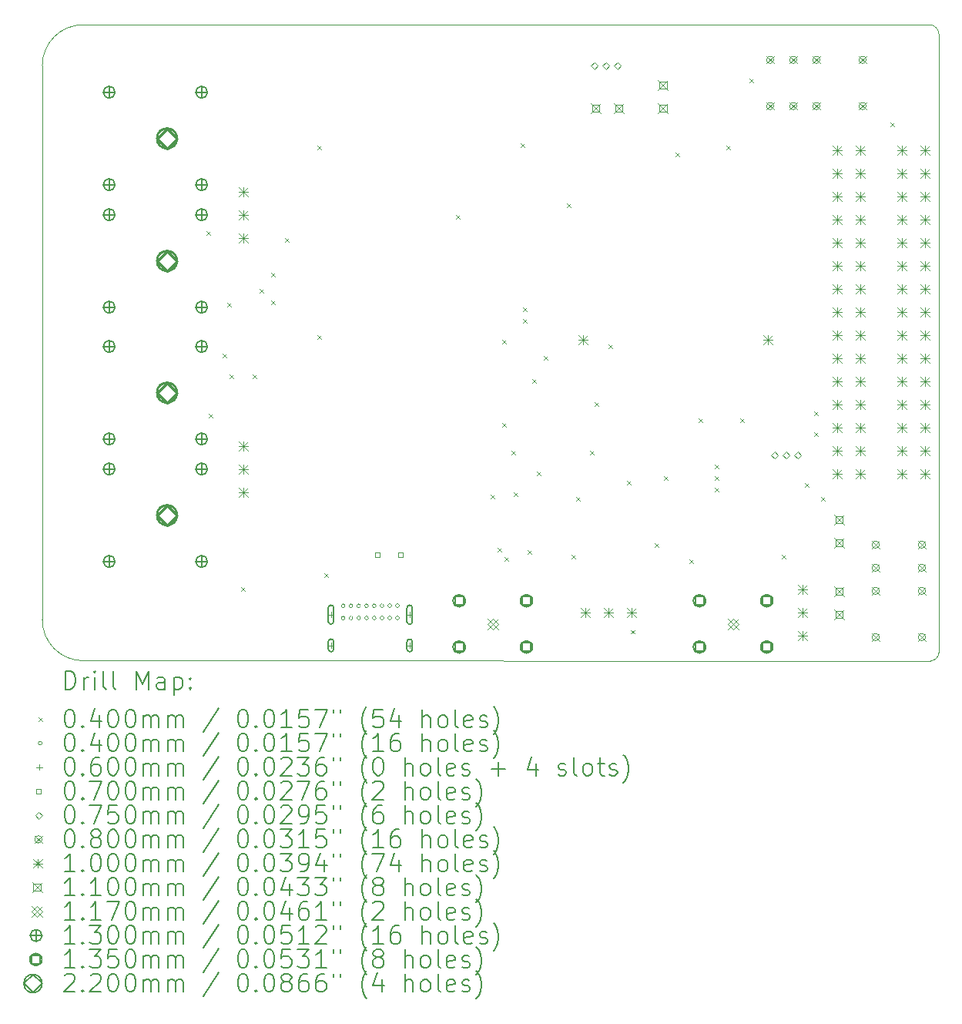
<source format=gbr>
%FSLAX45Y45*%
G04 Gerber Fmt 4.5, Leading zero omitted, Abs format (unit mm)*
G04 Created by KiCad (PCBNEW (6.0.6-1)-1) date 2022-07-06 12:40:32*
%MOMM*%
%LPD*%
G01*
G04 APERTURE LIST*
%TA.AperFunction,Profile*%
%ADD10C,0.050000*%
%TD*%
%ADD11C,0.200000*%
%ADD12C,0.040000*%
%ADD13C,0.060000*%
%ADD14C,0.070000*%
%ADD15C,0.075000*%
%ADD16C,0.080000*%
%ADD17C,0.100000*%
%ADD18C,0.110000*%
%ADD19C,0.117000*%
%ADD20C,0.130000*%
%ADD21C,0.135000*%
%ADD22C,0.220000*%
G04 APERTURE END LIST*
D10*
X14528000Y-6166711D02*
X14528000Y-12967000D01*
X14528000Y-6166711D02*
G75*
G03*
X14428000Y-6066081I-100632J0D01*
G01*
X14440000Y-13055000D02*
X5124000Y-13054000D01*
X5124000Y-6065681D02*
X14428000Y-6066081D01*
X4673600Y-6516081D02*
X4674001Y-12603001D01*
X14440000Y-13055000D02*
G75*
G03*
X14528000Y-12967000I0J88000D01*
G01*
X5124000Y-6065681D02*
G75*
G03*
X4673600Y-6516081I0J-450400D01*
G01*
X4674001Y-12603001D02*
G75*
G03*
X5124000Y-13054000I449999J-999D01*
G01*
D11*
D12*
X6482400Y-8336600D02*
X6522400Y-8376600D01*
X6522400Y-8336600D02*
X6482400Y-8376600D01*
X6507800Y-10343200D02*
X6547800Y-10383200D01*
X6547800Y-10343200D02*
X6507800Y-10383200D01*
X6660200Y-9682800D02*
X6700200Y-9722800D01*
X6700200Y-9682800D02*
X6660200Y-9722800D01*
X6711000Y-9124000D02*
X6751000Y-9164000D01*
X6751000Y-9124000D02*
X6711000Y-9164000D01*
X6736400Y-9911400D02*
X6776400Y-9951400D01*
X6776400Y-9911400D02*
X6736400Y-9951400D01*
X6863400Y-12248200D02*
X6903400Y-12288200D01*
X6903400Y-12248200D02*
X6863400Y-12288200D01*
X6990400Y-9911400D02*
X7030400Y-9951400D01*
X7030400Y-9911400D02*
X6990400Y-9951400D01*
X7066600Y-8971600D02*
X7106600Y-9011600D01*
X7106600Y-8971600D02*
X7066600Y-9011600D01*
X7193600Y-8793800D02*
X7233600Y-8833800D01*
X7233600Y-8793800D02*
X7193600Y-8833800D01*
X7193600Y-9098600D02*
X7233600Y-9138600D01*
X7233600Y-9098600D02*
X7193600Y-9138600D01*
X7346000Y-8412800D02*
X7386000Y-8452800D01*
X7386000Y-8412800D02*
X7346000Y-8452800D01*
X7701600Y-7396800D02*
X7741600Y-7436800D01*
X7741600Y-7396800D02*
X7701600Y-7436800D01*
X7701600Y-9479600D02*
X7741600Y-9519600D01*
X7741600Y-9479600D02*
X7701600Y-9519600D01*
X7777800Y-12095800D02*
X7817800Y-12135800D01*
X7817800Y-12095800D02*
X7777800Y-12135800D01*
X9225600Y-8158800D02*
X9265600Y-8198800D01*
X9265600Y-8158800D02*
X9225600Y-8198800D01*
X9606600Y-11232200D02*
X9646600Y-11272200D01*
X9646600Y-11232200D02*
X9606600Y-11272200D01*
X9682800Y-11816400D02*
X9722800Y-11856400D01*
X9722800Y-11816400D02*
X9682800Y-11856400D01*
X9733600Y-9530400D02*
X9773600Y-9570400D01*
X9773600Y-9530400D02*
X9733600Y-9570400D01*
X9733600Y-10444800D02*
X9773600Y-10484800D01*
X9773600Y-10444800D02*
X9733600Y-10484800D01*
X9759000Y-11918000D02*
X9799000Y-11958000D01*
X9799000Y-11918000D02*
X9759000Y-11958000D01*
X9835200Y-10749600D02*
X9875200Y-10789600D01*
X9875200Y-10749600D02*
X9835200Y-10789600D01*
X9860600Y-11206800D02*
X9900600Y-11246800D01*
X9900600Y-11206800D02*
X9860600Y-11246800D01*
X9936800Y-7371400D02*
X9976800Y-7411400D01*
X9976800Y-7371400D02*
X9936800Y-7411400D01*
X9962200Y-9174800D02*
X10002200Y-9214800D01*
X10002200Y-9174800D02*
X9962200Y-9214800D01*
X9962200Y-9301800D02*
X10002200Y-9341800D01*
X10002200Y-9301800D02*
X9962200Y-9341800D01*
X10013000Y-11841800D02*
X10053000Y-11881800D01*
X10053000Y-11841800D02*
X10013000Y-11881800D01*
X10063800Y-9962200D02*
X10103800Y-10002200D01*
X10103800Y-9962200D02*
X10063800Y-10002200D01*
X10114600Y-10978200D02*
X10154600Y-11018200D01*
X10154600Y-10978200D02*
X10114600Y-11018200D01*
X10190800Y-9708200D02*
X10230800Y-9748200D01*
X10230800Y-9708200D02*
X10190800Y-9748200D01*
X10444800Y-8031800D02*
X10484800Y-8071800D01*
X10484800Y-8031800D02*
X10444800Y-8071800D01*
X10495600Y-11892600D02*
X10535600Y-11932600D01*
X10535600Y-11892600D02*
X10495600Y-11932600D01*
X10546400Y-11257600D02*
X10586400Y-11297600D01*
X10586400Y-11257600D02*
X10546400Y-11297600D01*
X10698800Y-10749600D02*
X10738800Y-10789600D01*
X10738800Y-10749600D02*
X10698800Y-10789600D01*
X10749600Y-10216200D02*
X10789600Y-10256200D01*
X10789600Y-10216200D02*
X10749600Y-10256200D01*
X10902000Y-9581200D02*
X10942000Y-9621200D01*
X10942000Y-9581200D02*
X10902000Y-9621200D01*
X11105200Y-11079800D02*
X11145200Y-11119800D01*
X11145200Y-11079800D02*
X11105200Y-11119800D01*
X11142400Y-12717200D02*
X11182400Y-12757200D01*
X11182400Y-12717200D02*
X11142400Y-12757200D01*
X11410000Y-11765600D02*
X11450000Y-11805600D01*
X11450000Y-11765600D02*
X11410000Y-11805600D01*
X11511600Y-11029000D02*
X11551600Y-11069000D01*
X11551600Y-11029000D02*
X11511600Y-11069000D01*
X11638600Y-7473000D02*
X11678600Y-7513000D01*
X11678600Y-7473000D02*
X11638600Y-7513000D01*
X11791000Y-11943400D02*
X11831000Y-11983400D01*
X11831000Y-11943400D02*
X11791000Y-11983400D01*
X11892600Y-10394000D02*
X11932600Y-10434000D01*
X11932600Y-10394000D02*
X11892600Y-10434000D01*
X12070400Y-10902000D02*
X12110400Y-10942000D01*
X12110400Y-10902000D02*
X12070400Y-10942000D01*
X12070400Y-11029000D02*
X12110400Y-11069000D01*
X12110400Y-11029000D02*
X12070400Y-11069000D01*
X12070400Y-11156000D02*
X12110400Y-11196000D01*
X12110400Y-11156000D02*
X12070400Y-11196000D01*
X12197400Y-7396800D02*
X12237400Y-7436800D01*
X12237400Y-7396800D02*
X12197400Y-7436800D01*
X12349800Y-10394000D02*
X12389800Y-10434000D01*
X12389800Y-10394000D02*
X12349800Y-10434000D01*
X12451400Y-6660200D02*
X12491400Y-6700200D01*
X12491400Y-6660200D02*
X12451400Y-6700200D01*
X12807000Y-11892600D02*
X12847000Y-11932600D01*
X12847000Y-11892600D02*
X12807000Y-11932600D01*
X13061000Y-11105200D02*
X13101000Y-11145200D01*
X13101000Y-11105200D02*
X13061000Y-11145200D01*
X13162600Y-10317800D02*
X13202600Y-10357800D01*
X13202600Y-10317800D02*
X13162600Y-10357800D01*
X13162600Y-10546400D02*
X13202600Y-10586400D01*
X13202600Y-10546400D02*
X13162600Y-10586400D01*
X13238800Y-11257600D02*
X13278800Y-11297600D01*
X13278800Y-11257600D02*
X13238800Y-11297600D01*
X14000800Y-7142800D02*
X14040800Y-7182800D01*
X14040800Y-7142800D02*
X14000800Y-7182800D01*
X8002900Y-12449900D02*
G75*
G03*
X8002900Y-12449900I-20000J0D01*
G01*
X8002900Y-12584900D02*
G75*
G03*
X8002900Y-12584900I-20000J0D01*
G01*
X8087900Y-12449900D02*
G75*
G03*
X8087900Y-12449900I-20000J0D01*
G01*
X8087900Y-12584900D02*
G75*
G03*
X8087900Y-12584900I-20000J0D01*
G01*
X8172900Y-12449900D02*
G75*
G03*
X8172900Y-12449900I-20000J0D01*
G01*
X8172900Y-12584900D02*
G75*
G03*
X8172900Y-12584900I-20000J0D01*
G01*
X8257900Y-12449900D02*
G75*
G03*
X8257900Y-12449900I-20000J0D01*
G01*
X8257900Y-12584900D02*
G75*
G03*
X8257900Y-12584900I-20000J0D01*
G01*
X8342900Y-12449900D02*
G75*
G03*
X8342900Y-12449900I-20000J0D01*
G01*
X8342900Y-12584900D02*
G75*
G03*
X8342900Y-12584900I-20000J0D01*
G01*
X8427900Y-12449900D02*
G75*
G03*
X8427900Y-12449900I-20000J0D01*
G01*
X8427900Y-12584900D02*
G75*
G03*
X8427900Y-12584900I-20000J0D01*
G01*
X8512900Y-12449900D02*
G75*
G03*
X8512900Y-12449900I-20000J0D01*
G01*
X8512900Y-12584900D02*
G75*
G03*
X8512900Y-12584900I-20000J0D01*
G01*
X8597900Y-12449900D02*
G75*
G03*
X8597900Y-12449900I-20000J0D01*
G01*
X8597900Y-12584900D02*
G75*
G03*
X8597900Y-12584900I-20000J0D01*
G01*
D13*
X7847900Y-12517900D02*
X7847900Y-12577900D01*
X7817900Y-12547900D02*
X7877900Y-12547900D01*
D11*
X7817900Y-12472900D02*
X7817900Y-12622900D01*
X7877900Y-12472900D02*
X7877900Y-12622900D01*
X7817900Y-12622900D02*
G75*
G03*
X7877900Y-12622900I30000J0D01*
G01*
X7877900Y-12472900D02*
G75*
G03*
X7817900Y-12472900I-30000J0D01*
G01*
D13*
X7847900Y-12855900D02*
X7847900Y-12915900D01*
X7817900Y-12885900D02*
X7877900Y-12885900D01*
D11*
X7817900Y-12845900D02*
X7817900Y-12925900D01*
X7877900Y-12845900D02*
X7877900Y-12925900D01*
X7817900Y-12925900D02*
G75*
G03*
X7877900Y-12925900I30000J0D01*
G01*
X7877900Y-12845900D02*
G75*
G03*
X7817900Y-12845900I-30000J0D01*
G01*
D13*
X8712900Y-12517900D02*
X8712900Y-12577900D01*
X8682900Y-12547900D02*
X8742900Y-12547900D01*
D11*
X8682900Y-12472900D02*
X8682900Y-12622900D01*
X8742900Y-12472900D02*
X8742900Y-12622900D01*
X8682900Y-12622900D02*
G75*
G03*
X8742900Y-12622900I30000J0D01*
G01*
X8742900Y-12472900D02*
G75*
G03*
X8682900Y-12472900I-30000J0D01*
G01*
D13*
X8712900Y-12855900D02*
X8712900Y-12915900D01*
X8682900Y-12885900D02*
X8742900Y-12885900D01*
D11*
X8682900Y-12845900D02*
X8682900Y-12925900D01*
X8742900Y-12845900D02*
X8742900Y-12925900D01*
X8682900Y-12925900D02*
G75*
G03*
X8742900Y-12925900I30000J0D01*
G01*
X8742900Y-12845900D02*
G75*
G03*
X8682900Y-12845900I-30000J0D01*
G01*
D14*
X8381349Y-11911949D02*
X8381349Y-11862451D01*
X8331851Y-11862451D01*
X8331851Y-11911949D01*
X8381349Y-11911949D01*
X8635349Y-11911949D02*
X8635349Y-11862451D01*
X8585851Y-11862451D01*
X8585851Y-11911949D01*
X8635349Y-11911949D01*
D15*
X10742400Y-6552473D02*
X10779900Y-6514973D01*
X10742400Y-6477473D01*
X10704900Y-6514973D01*
X10742400Y-6552473D01*
X10869400Y-6552473D02*
X10906900Y-6514973D01*
X10869400Y-6477473D01*
X10831900Y-6514973D01*
X10869400Y-6552473D01*
X10996400Y-6552473D02*
X11033900Y-6514973D01*
X10996400Y-6477473D01*
X10958900Y-6514973D01*
X10996400Y-6552473D01*
X12725400Y-10832500D02*
X12762900Y-10795000D01*
X12725400Y-10757500D01*
X12687900Y-10795000D01*
X12725400Y-10832500D01*
X12852400Y-10832500D02*
X12889900Y-10795000D01*
X12852400Y-10757500D01*
X12814900Y-10795000D01*
X12852400Y-10832500D01*
X12979400Y-10832500D02*
X13016900Y-10795000D01*
X12979400Y-10757500D01*
X12941900Y-10795000D01*
X12979400Y-10832500D01*
D16*
X12634600Y-6411600D02*
X12714600Y-6491600D01*
X12714600Y-6411600D02*
X12634600Y-6491600D01*
X12714600Y-6451600D02*
G75*
G03*
X12714600Y-6451600I-40000J0D01*
G01*
X12634600Y-6919600D02*
X12714600Y-6999600D01*
X12714600Y-6919600D02*
X12634600Y-6999600D01*
X12714600Y-6959600D02*
G75*
G03*
X12714600Y-6959600I-40000J0D01*
G01*
X12888600Y-6411600D02*
X12968600Y-6491600D01*
X12968600Y-6411600D02*
X12888600Y-6491600D01*
X12968600Y-6451600D02*
G75*
G03*
X12968600Y-6451600I-40000J0D01*
G01*
X12888600Y-6919600D02*
X12968600Y-6999600D01*
X12968600Y-6919600D02*
X12888600Y-6999600D01*
X12968600Y-6959600D02*
G75*
G03*
X12968600Y-6959600I-40000J0D01*
G01*
X13142600Y-6411600D02*
X13222600Y-6491600D01*
X13222600Y-6411600D02*
X13142600Y-6491600D01*
X13222600Y-6451600D02*
G75*
G03*
X13222600Y-6451600I-40000J0D01*
G01*
X13142600Y-6919600D02*
X13222600Y-6999600D01*
X13222600Y-6919600D02*
X13142600Y-6999600D01*
X13222600Y-6959600D02*
G75*
G03*
X13222600Y-6959600I-40000J0D01*
G01*
X13650600Y-6411600D02*
X13730600Y-6491600D01*
X13730600Y-6411600D02*
X13650600Y-6491600D01*
X13730600Y-6451600D02*
G75*
G03*
X13730600Y-6451600I-40000J0D01*
G01*
X13650600Y-6919600D02*
X13730600Y-6999600D01*
X13730600Y-6919600D02*
X13650600Y-6999600D01*
X13730600Y-6959600D02*
G75*
G03*
X13730600Y-6959600I-40000J0D01*
G01*
X13795750Y-11738350D02*
X13875750Y-11818350D01*
X13875750Y-11738350D02*
X13795750Y-11818350D01*
X13875750Y-11778350D02*
G75*
G03*
X13875750Y-11778350I-40000J0D01*
G01*
X13795750Y-11992350D02*
X13875750Y-12072350D01*
X13875750Y-11992350D02*
X13795750Y-12072350D01*
X13875750Y-12032350D02*
G75*
G03*
X13875750Y-12032350I-40000J0D01*
G01*
X13795750Y-12246350D02*
X13875750Y-12326350D01*
X13875750Y-12246350D02*
X13795750Y-12326350D01*
X13875750Y-12286350D02*
G75*
G03*
X13875750Y-12286350I-40000J0D01*
G01*
X13795750Y-12754350D02*
X13875750Y-12834350D01*
X13875750Y-12754350D02*
X13795750Y-12834350D01*
X13875750Y-12794350D02*
G75*
G03*
X13875750Y-12794350I-40000J0D01*
G01*
X14303750Y-11738350D02*
X14383750Y-11818350D01*
X14383750Y-11738350D02*
X14303750Y-11818350D01*
X14383750Y-11778350D02*
G75*
G03*
X14383750Y-11778350I-40000J0D01*
G01*
X14303750Y-11992350D02*
X14383750Y-12072350D01*
X14383750Y-11992350D02*
X14303750Y-12072350D01*
X14383750Y-12032350D02*
G75*
G03*
X14383750Y-12032350I-40000J0D01*
G01*
X14303750Y-12246350D02*
X14383750Y-12326350D01*
X14383750Y-12246350D02*
X14303750Y-12326350D01*
X14383750Y-12286350D02*
G75*
G03*
X14383750Y-12286350I-40000J0D01*
G01*
X14303750Y-12754350D02*
X14383750Y-12834350D01*
X14383750Y-12754350D02*
X14303750Y-12834350D01*
X14383750Y-12794350D02*
G75*
G03*
X14383750Y-12794350I-40000J0D01*
G01*
D17*
X6833400Y-7849400D02*
X6933400Y-7949400D01*
X6933400Y-7849400D02*
X6833400Y-7949400D01*
X6883400Y-7849400D02*
X6883400Y-7949400D01*
X6833400Y-7899400D02*
X6933400Y-7899400D01*
X6833400Y-8103400D02*
X6933400Y-8203400D01*
X6933400Y-8103400D02*
X6833400Y-8203400D01*
X6883400Y-8103400D02*
X6883400Y-8203400D01*
X6833400Y-8153400D02*
X6933400Y-8153400D01*
X6833400Y-8357400D02*
X6933400Y-8457400D01*
X6933400Y-8357400D02*
X6833400Y-8457400D01*
X6883400Y-8357400D02*
X6883400Y-8457400D01*
X6833400Y-8407400D02*
X6933400Y-8407400D01*
X6833400Y-10643400D02*
X6933400Y-10743400D01*
X6933400Y-10643400D02*
X6833400Y-10743400D01*
X6883400Y-10643400D02*
X6883400Y-10743400D01*
X6833400Y-10693400D02*
X6933400Y-10693400D01*
X6833400Y-10897400D02*
X6933400Y-10997400D01*
X6933400Y-10897400D02*
X6833400Y-10997400D01*
X6883400Y-10897400D02*
X6883400Y-10997400D01*
X6833400Y-10947400D02*
X6933400Y-10947400D01*
X6833400Y-11151400D02*
X6933400Y-11251400D01*
X6933400Y-11151400D02*
X6833400Y-11251400D01*
X6883400Y-11151400D02*
X6883400Y-11251400D01*
X6833400Y-11201400D02*
X6933400Y-11201400D01*
X10567200Y-9475000D02*
X10667200Y-9575000D01*
X10667200Y-9475000D02*
X10567200Y-9575000D01*
X10617200Y-9475000D02*
X10617200Y-9575000D01*
X10567200Y-9525000D02*
X10667200Y-9525000D01*
X10592600Y-12472200D02*
X10692600Y-12572200D01*
X10692600Y-12472200D02*
X10592600Y-12572200D01*
X10642600Y-12472200D02*
X10642600Y-12572200D01*
X10592600Y-12522200D02*
X10692600Y-12522200D01*
X10846600Y-12472200D02*
X10946600Y-12572200D01*
X10946600Y-12472200D02*
X10846600Y-12572200D01*
X10896600Y-12472200D02*
X10896600Y-12572200D01*
X10846600Y-12522200D02*
X10946600Y-12522200D01*
X11100600Y-12472200D02*
X11200600Y-12572200D01*
X11200600Y-12472200D02*
X11100600Y-12572200D01*
X11150600Y-12472200D02*
X11150600Y-12572200D01*
X11100600Y-12522200D02*
X11200600Y-12522200D01*
X12599200Y-9475000D02*
X12699200Y-9575000D01*
X12699200Y-9475000D02*
X12599200Y-9575000D01*
X12649200Y-9475000D02*
X12649200Y-9575000D01*
X12599200Y-9525000D02*
X12699200Y-9525000D01*
X12980200Y-12218200D02*
X13080200Y-12318200D01*
X13080200Y-12218200D02*
X12980200Y-12318200D01*
X13030200Y-12218200D02*
X13030200Y-12318200D01*
X12980200Y-12268200D02*
X13080200Y-12268200D01*
X12980200Y-12472200D02*
X13080200Y-12572200D01*
X13080200Y-12472200D02*
X12980200Y-12572200D01*
X13030200Y-12472200D02*
X13030200Y-12572200D01*
X12980200Y-12522200D02*
X13080200Y-12522200D01*
X12980200Y-12726200D02*
X13080200Y-12826200D01*
X13080200Y-12726200D02*
X12980200Y-12826200D01*
X13030200Y-12726200D02*
X13030200Y-12826200D01*
X12980200Y-12776200D02*
X13080200Y-12776200D01*
X13363200Y-7392200D02*
X13463200Y-7492200D01*
X13463200Y-7392200D02*
X13363200Y-7492200D01*
X13413200Y-7392200D02*
X13413200Y-7492200D01*
X13363200Y-7442200D02*
X13463200Y-7442200D01*
X13363200Y-7646200D02*
X13463200Y-7746200D01*
X13463200Y-7646200D02*
X13363200Y-7746200D01*
X13413200Y-7646200D02*
X13413200Y-7746200D01*
X13363200Y-7696200D02*
X13463200Y-7696200D01*
X13363200Y-7900200D02*
X13463200Y-8000200D01*
X13463200Y-7900200D02*
X13363200Y-8000200D01*
X13413200Y-7900200D02*
X13413200Y-8000200D01*
X13363200Y-7950200D02*
X13463200Y-7950200D01*
X13363200Y-8154200D02*
X13463200Y-8254200D01*
X13463200Y-8154200D02*
X13363200Y-8254200D01*
X13413200Y-8154200D02*
X13413200Y-8254200D01*
X13363200Y-8204200D02*
X13463200Y-8204200D01*
X13363200Y-8408200D02*
X13463200Y-8508200D01*
X13463200Y-8408200D02*
X13363200Y-8508200D01*
X13413200Y-8408200D02*
X13413200Y-8508200D01*
X13363200Y-8458200D02*
X13463200Y-8458200D01*
X13363200Y-8662200D02*
X13463200Y-8762200D01*
X13463200Y-8662200D02*
X13363200Y-8762200D01*
X13413200Y-8662200D02*
X13413200Y-8762200D01*
X13363200Y-8712200D02*
X13463200Y-8712200D01*
X13363200Y-8916200D02*
X13463200Y-9016200D01*
X13463200Y-8916200D02*
X13363200Y-9016200D01*
X13413200Y-8916200D02*
X13413200Y-9016200D01*
X13363200Y-8966200D02*
X13463200Y-8966200D01*
X13363200Y-9170200D02*
X13463200Y-9270200D01*
X13463200Y-9170200D02*
X13363200Y-9270200D01*
X13413200Y-9170200D02*
X13413200Y-9270200D01*
X13363200Y-9220200D02*
X13463200Y-9220200D01*
X13363200Y-9424200D02*
X13463200Y-9524200D01*
X13463200Y-9424200D02*
X13363200Y-9524200D01*
X13413200Y-9424200D02*
X13413200Y-9524200D01*
X13363200Y-9474200D02*
X13463200Y-9474200D01*
X13363200Y-9678200D02*
X13463200Y-9778200D01*
X13463200Y-9678200D02*
X13363200Y-9778200D01*
X13413200Y-9678200D02*
X13413200Y-9778200D01*
X13363200Y-9728200D02*
X13463200Y-9728200D01*
X13363200Y-9932200D02*
X13463200Y-10032200D01*
X13463200Y-9932200D02*
X13363200Y-10032200D01*
X13413200Y-9932200D02*
X13413200Y-10032200D01*
X13363200Y-9982200D02*
X13463200Y-9982200D01*
X13363200Y-10186200D02*
X13463200Y-10286200D01*
X13463200Y-10186200D02*
X13363200Y-10286200D01*
X13413200Y-10186200D02*
X13413200Y-10286200D01*
X13363200Y-10236200D02*
X13463200Y-10236200D01*
X13363200Y-10440200D02*
X13463200Y-10540200D01*
X13463200Y-10440200D02*
X13363200Y-10540200D01*
X13413200Y-10440200D02*
X13413200Y-10540200D01*
X13363200Y-10490200D02*
X13463200Y-10490200D01*
X13363200Y-10694200D02*
X13463200Y-10794200D01*
X13463200Y-10694200D02*
X13363200Y-10794200D01*
X13413200Y-10694200D02*
X13413200Y-10794200D01*
X13363200Y-10744200D02*
X13463200Y-10744200D01*
X13363200Y-10948200D02*
X13463200Y-11048200D01*
X13463200Y-10948200D02*
X13363200Y-11048200D01*
X13413200Y-10948200D02*
X13413200Y-11048200D01*
X13363200Y-10998200D02*
X13463200Y-10998200D01*
X13617200Y-7392200D02*
X13717200Y-7492200D01*
X13717200Y-7392200D02*
X13617200Y-7492200D01*
X13667200Y-7392200D02*
X13667200Y-7492200D01*
X13617200Y-7442200D02*
X13717200Y-7442200D01*
X13617200Y-7646200D02*
X13717200Y-7746200D01*
X13717200Y-7646200D02*
X13617200Y-7746200D01*
X13667200Y-7646200D02*
X13667200Y-7746200D01*
X13617200Y-7696200D02*
X13717200Y-7696200D01*
X13617200Y-7900200D02*
X13717200Y-8000200D01*
X13717200Y-7900200D02*
X13617200Y-8000200D01*
X13667200Y-7900200D02*
X13667200Y-8000200D01*
X13617200Y-7950200D02*
X13717200Y-7950200D01*
X13617200Y-8154200D02*
X13717200Y-8254200D01*
X13717200Y-8154200D02*
X13617200Y-8254200D01*
X13667200Y-8154200D02*
X13667200Y-8254200D01*
X13617200Y-8204200D02*
X13717200Y-8204200D01*
X13617200Y-8408200D02*
X13717200Y-8508200D01*
X13717200Y-8408200D02*
X13617200Y-8508200D01*
X13667200Y-8408200D02*
X13667200Y-8508200D01*
X13617200Y-8458200D02*
X13717200Y-8458200D01*
X13617200Y-8662200D02*
X13717200Y-8762200D01*
X13717200Y-8662200D02*
X13617200Y-8762200D01*
X13667200Y-8662200D02*
X13667200Y-8762200D01*
X13617200Y-8712200D02*
X13717200Y-8712200D01*
X13617200Y-8916200D02*
X13717200Y-9016200D01*
X13717200Y-8916200D02*
X13617200Y-9016200D01*
X13667200Y-8916200D02*
X13667200Y-9016200D01*
X13617200Y-8966200D02*
X13717200Y-8966200D01*
X13617200Y-9170200D02*
X13717200Y-9270200D01*
X13717200Y-9170200D02*
X13617200Y-9270200D01*
X13667200Y-9170200D02*
X13667200Y-9270200D01*
X13617200Y-9220200D02*
X13717200Y-9220200D01*
X13617200Y-9424200D02*
X13717200Y-9524200D01*
X13717200Y-9424200D02*
X13617200Y-9524200D01*
X13667200Y-9424200D02*
X13667200Y-9524200D01*
X13617200Y-9474200D02*
X13717200Y-9474200D01*
X13617200Y-9678200D02*
X13717200Y-9778200D01*
X13717200Y-9678200D02*
X13617200Y-9778200D01*
X13667200Y-9678200D02*
X13667200Y-9778200D01*
X13617200Y-9728200D02*
X13717200Y-9728200D01*
X13617200Y-9932200D02*
X13717200Y-10032200D01*
X13717200Y-9932200D02*
X13617200Y-10032200D01*
X13667200Y-9932200D02*
X13667200Y-10032200D01*
X13617200Y-9982200D02*
X13717200Y-9982200D01*
X13617200Y-10186200D02*
X13717200Y-10286200D01*
X13717200Y-10186200D02*
X13617200Y-10286200D01*
X13667200Y-10186200D02*
X13667200Y-10286200D01*
X13617200Y-10236200D02*
X13717200Y-10236200D01*
X13617200Y-10440200D02*
X13717200Y-10540200D01*
X13717200Y-10440200D02*
X13617200Y-10540200D01*
X13667200Y-10440200D02*
X13667200Y-10540200D01*
X13617200Y-10490200D02*
X13717200Y-10490200D01*
X13617200Y-10694200D02*
X13717200Y-10794200D01*
X13717200Y-10694200D02*
X13617200Y-10794200D01*
X13667200Y-10694200D02*
X13667200Y-10794200D01*
X13617200Y-10744200D02*
X13717200Y-10744200D01*
X13617200Y-10948200D02*
X13717200Y-11048200D01*
X13717200Y-10948200D02*
X13617200Y-11048200D01*
X13667200Y-10948200D02*
X13667200Y-11048200D01*
X13617200Y-10998200D02*
X13717200Y-10998200D01*
X14072400Y-7392700D02*
X14172400Y-7492700D01*
X14172400Y-7392700D02*
X14072400Y-7492700D01*
X14122400Y-7392700D02*
X14122400Y-7492700D01*
X14072400Y-7442700D02*
X14172400Y-7442700D01*
X14072400Y-7646700D02*
X14172400Y-7746700D01*
X14172400Y-7646700D02*
X14072400Y-7746700D01*
X14122400Y-7646700D02*
X14122400Y-7746700D01*
X14072400Y-7696700D02*
X14172400Y-7696700D01*
X14072400Y-7900700D02*
X14172400Y-8000700D01*
X14172400Y-7900700D02*
X14072400Y-8000700D01*
X14122400Y-7900700D02*
X14122400Y-8000700D01*
X14072400Y-7950700D02*
X14172400Y-7950700D01*
X14072400Y-8154700D02*
X14172400Y-8254700D01*
X14172400Y-8154700D02*
X14072400Y-8254700D01*
X14122400Y-8154700D02*
X14122400Y-8254700D01*
X14072400Y-8204700D02*
X14172400Y-8204700D01*
X14072400Y-8408700D02*
X14172400Y-8508700D01*
X14172400Y-8408700D02*
X14072400Y-8508700D01*
X14122400Y-8408700D02*
X14122400Y-8508700D01*
X14072400Y-8458700D02*
X14172400Y-8458700D01*
X14072400Y-8662700D02*
X14172400Y-8762700D01*
X14172400Y-8662700D02*
X14072400Y-8762700D01*
X14122400Y-8662700D02*
X14122400Y-8762700D01*
X14072400Y-8712700D02*
X14172400Y-8712700D01*
X14072400Y-8916700D02*
X14172400Y-9016700D01*
X14172400Y-8916700D02*
X14072400Y-9016700D01*
X14122400Y-8916700D02*
X14122400Y-9016700D01*
X14072400Y-8966700D02*
X14172400Y-8966700D01*
X14072400Y-9170700D02*
X14172400Y-9270700D01*
X14172400Y-9170700D02*
X14072400Y-9270700D01*
X14122400Y-9170700D02*
X14122400Y-9270700D01*
X14072400Y-9220700D02*
X14172400Y-9220700D01*
X14072400Y-9424700D02*
X14172400Y-9524700D01*
X14172400Y-9424700D02*
X14072400Y-9524700D01*
X14122400Y-9424700D02*
X14122400Y-9524700D01*
X14072400Y-9474700D02*
X14172400Y-9474700D01*
X14072400Y-9678700D02*
X14172400Y-9778700D01*
X14172400Y-9678700D02*
X14072400Y-9778700D01*
X14122400Y-9678700D02*
X14122400Y-9778700D01*
X14072400Y-9728700D02*
X14172400Y-9728700D01*
X14072400Y-9932700D02*
X14172400Y-10032700D01*
X14172400Y-9932700D02*
X14072400Y-10032700D01*
X14122400Y-9932700D02*
X14122400Y-10032700D01*
X14072400Y-9982700D02*
X14172400Y-9982700D01*
X14072400Y-10186700D02*
X14172400Y-10286700D01*
X14172400Y-10186700D02*
X14072400Y-10286700D01*
X14122400Y-10186700D02*
X14122400Y-10286700D01*
X14072400Y-10236700D02*
X14172400Y-10236700D01*
X14072400Y-10440700D02*
X14172400Y-10540700D01*
X14172400Y-10440700D02*
X14072400Y-10540700D01*
X14122400Y-10440700D02*
X14122400Y-10540700D01*
X14072400Y-10490700D02*
X14172400Y-10490700D01*
X14072400Y-10694700D02*
X14172400Y-10794700D01*
X14172400Y-10694700D02*
X14072400Y-10794700D01*
X14122400Y-10694700D02*
X14122400Y-10794700D01*
X14072400Y-10744700D02*
X14172400Y-10744700D01*
X14072400Y-10948700D02*
X14172400Y-11048700D01*
X14172400Y-10948700D02*
X14072400Y-11048700D01*
X14122400Y-10948700D02*
X14122400Y-11048700D01*
X14072400Y-10998700D02*
X14172400Y-10998700D01*
X14326400Y-7392700D02*
X14426400Y-7492700D01*
X14426400Y-7392700D02*
X14326400Y-7492700D01*
X14376400Y-7392700D02*
X14376400Y-7492700D01*
X14326400Y-7442700D02*
X14426400Y-7442700D01*
X14326400Y-7646700D02*
X14426400Y-7746700D01*
X14426400Y-7646700D02*
X14326400Y-7746700D01*
X14376400Y-7646700D02*
X14376400Y-7746700D01*
X14326400Y-7696700D02*
X14426400Y-7696700D01*
X14326400Y-7900700D02*
X14426400Y-8000700D01*
X14426400Y-7900700D02*
X14326400Y-8000700D01*
X14376400Y-7900700D02*
X14376400Y-8000700D01*
X14326400Y-7950700D02*
X14426400Y-7950700D01*
X14326400Y-8154700D02*
X14426400Y-8254700D01*
X14426400Y-8154700D02*
X14326400Y-8254700D01*
X14376400Y-8154700D02*
X14376400Y-8254700D01*
X14326400Y-8204700D02*
X14426400Y-8204700D01*
X14326400Y-8408700D02*
X14426400Y-8508700D01*
X14426400Y-8408700D02*
X14326400Y-8508700D01*
X14376400Y-8408700D02*
X14376400Y-8508700D01*
X14326400Y-8458700D02*
X14426400Y-8458700D01*
X14326400Y-8662700D02*
X14426400Y-8762700D01*
X14426400Y-8662700D02*
X14326400Y-8762700D01*
X14376400Y-8662700D02*
X14376400Y-8762700D01*
X14326400Y-8712700D02*
X14426400Y-8712700D01*
X14326400Y-8916700D02*
X14426400Y-9016700D01*
X14426400Y-8916700D02*
X14326400Y-9016700D01*
X14376400Y-8916700D02*
X14376400Y-9016700D01*
X14326400Y-8966700D02*
X14426400Y-8966700D01*
X14326400Y-9170700D02*
X14426400Y-9270700D01*
X14426400Y-9170700D02*
X14326400Y-9270700D01*
X14376400Y-9170700D02*
X14376400Y-9270700D01*
X14326400Y-9220700D02*
X14426400Y-9220700D01*
X14326400Y-9424700D02*
X14426400Y-9524700D01*
X14426400Y-9424700D02*
X14326400Y-9524700D01*
X14376400Y-9424700D02*
X14376400Y-9524700D01*
X14326400Y-9474700D02*
X14426400Y-9474700D01*
X14326400Y-9678700D02*
X14426400Y-9778700D01*
X14426400Y-9678700D02*
X14326400Y-9778700D01*
X14376400Y-9678700D02*
X14376400Y-9778700D01*
X14326400Y-9728700D02*
X14426400Y-9728700D01*
X14326400Y-9932700D02*
X14426400Y-10032700D01*
X14426400Y-9932700D02*
X14326400Y-10032700D01*
X14376400Y-9932700D02*
X14376400Y-10032700D01*
X14326400Y-9982700D02*
X14426400Y-9982700D01*
X14326400Y-10186700D02*
X14426400Y-10286700D01*
X14426400Y-10186700D02*
X14326400Y-10286700D01*
X14376400Y-10186700D02*
X14376400Y-10286700D01*
X14326400Y-10236700D02*
X14426400Y-10236700D01*
X14326400Y-10440700D02*
X14426400Y-10540700D01*
X14426400Y-10440700D02*
X14326400Y-10540700D01*
X14376400Y-10440700D02*
X14376400Y-10540700D01*
X14326400Y-10490700D02*
X14426400Y-10490700D01*
X14326400Y-10694700D02*
X14426400Y-10794700D01*
X14426400Y-10694700D02*
X14326400Y-10794700D01*
X14376400Y-10694700D02*
X14376400Y-10794700D01*
X14326400Y-10744700D02*
X14426400Y-10744700D01*
X14326400Y-10948700D02*
X14426400Y-11048700D01*
X14426400Y-10948700D02*
X14326400Y-11048700D01*
X14376400Y-10948700D02*
X14376400Y-11048700D01*
X14326400Y-10998700D02*
X14426400Y-10998700D01*
D18*
X10706450Y-6929873D02*
X10816450Y-7039873D01*
X10816450Y-6929873D02*
X10706450Y-7039873D01*
X10800341Y-7023765D02*
X10800341Y-6945982D01*
X10722559Y-6945982D01*
X10722559Y-7023765D01*
X10800341Y-7023765D01*
X10960450Y-6929873D02*
X11070450Y-7039873D01*
X11070450Y-6929873D02*
X10960450Y-7039873D01*
X11054341Y-7023765D02*
X11054341Y-6945982D01*
X10976559Y-6945982D01*
X10976559Y-7023765D01*
X11054341Y-7023765D01*
X11443950Y-6676000D02*
X11553950Y-6786000D01*
X11553950Y-6676000D02*
X11443950Y-6786000D01*
X11537841Y-6769891D02*
X11537841Y-6692109D01*
X11460059Y-6692109D01*
X11460059Y-6769891D01*
X11537841Y-6769891D01*
X11443950Y-6930000D02*
X11553950Y-7040000D01*
X11553950Y-6930000D02*
X11443950Y-7040000D01*
X11537841Y-7023891D02*
X11537841Y-6946109D01*
X11460059Y-6946109D01*
X11460059Y-7023891D01*
X11537841Y-7023891D01*
X13381600Y-11451200D02*
X13491600Y-11561200D01*
X13491600Y-11451200D02*
X13381600Y-11561200D01*
X13475491Y-11545091D02*
X13475491Y-11467309D01*
X13397709Y-11467309D01*
X13397709Y-11545091D01*
X13475491Y-11545091D01*
X13381600Y-11705200D02*
X13491600Y-11815200D01*
X13491600Y-11705200D02*
X13381600Y-11815200D01*
X13475491Y-11799091D02*
X13475491Y-11721309D01*
X13397709Y-11721309D01*
X13397709Y-11799091D01*
X13475491Y-11799091D01*
X13381600Y-12238600D02*
X13491600Y-12348600D01*
X13491600Y-12238600D02*
X13381600Y-12348600D01*
X13475491Y-12332491D02*
X13475491Y-12254709D01*
X13397709Y-12254709D01*
X13397709Y-12332491D01*
X13475491Y-12332491D01*
X13381600Y-12492600D02*
X13491600Y-12602600D01*
X13491600Y-12492600D02*
X13381600Y-12602600D01*
X13475491Y-12586491D02*
X13475491Y-12508709D01*
X13397709Y-12508709D01*
X13397709Y-12586491D01*
X13475491Y-12586491D01*
D19*
X9568100Y-12590700D02*
X9685100Y-12707700D01*
X9685100Y-12590700D02*
X9568100Y-12707700D01*
X9626600Y-12707700D02*
X9685100Y-12649200D01*
X9626600Y-12590700D01*
X9568100Y-12649200D01*
X9626600Y-12707700D01*
X12209700Y-12590700D02*
X12326700Y-12707700D01*
X12326700Y-12590700D02*
X12209700Y-12707700D01*
X12268200Y-12707700D02*
X12326700Y-12649200D01*
X12268200Y-12590700D01*
X12209700Y-12649200D01*
X12268200Y-12707700D01*
D20*
X5409200Y-6742200D02*
X5409200Y-6872200D01*
X5344200Y-6807200D02*
X5474200Y-6807200D01*
X5474200Y-6807200D02*
G75*
G03*
X5474200Y-6807200I-65000J0D01*
G01*
X5409200Y-7758200D02*
X5409200Y-7888200D01*
X5344200Y-7823200D02*
X5474200Y-7823200D01*
X5474200Y-7823200D02*
G75*
G03*
X5474200Y-7823200I-65000J0D01*
G01*
X5409200Y-8088400D02*
X5409200Y-8218400D01*
X5344200Y-8153400D02*
X5474200Y-8153400D01*
X5474200Y-8153400D02*
G75*
G03*
X5474200Y-8153400I-65000J0D01*
G01*
X5409200Y-9104400D02*
X5409200Y-9234400D01*
X5344200Y-9169400D02*
X5474200Y-9169400D01*
X5474200Y-9169400D02*
G75*
G03*
X5474200Y-9169400I-65000J0D01*
G01*
X5409200Y-9536200D02*
X5409200Y-9666200D01*
X5344200Y-9601200D02*
X5474200Y-9601200D01*
X5474200Y-9601200D02*
G75*
G03*
X5474200Y-9601200I-65000J0D01*
G01*
X5409200Y-10552200D02*
X5409200Y-10682200D01*
X5344200Y-10617200D02*
X5474200Y-10617200D01*
X5474200Y-10617200D02*
G75*
G03*
X5474200Y-10617200I-65000J0D01*
G01*
X5409200Y-10882400D02*
X5409200Y-11012400D01*
X5344200Y-10947400D02*
X5474200Y-10947400D01*
X5474200Y-10947400D02*
G75*
G03*
X5474200Y-10947400I-65000J0D01*
G01*
X5409200Y-11898400D02*
X5409200Y-12028400D01*
X5344200Y-11963400D02*
X5474200Y-11963400D01*
X5474200Y-11963400D02*
G75*
G03*
X5474200Y-11963400I-65000J0D01*
G01*
X6425200Y-6742200D02*
X6425200Y-6872200D01*
X6360200Y-6807200D02*
X6490200Y-6807200D01*
X6490200Y-6807200D02*
G75*
G03*
X6490200Y-6807200I-65000J0D01*
G01*
X6425200Y-7758200D02*
X6425200Y-7888200D01*
X6360200Y-7823200D02*
X6490200Y-7823200D01*
X6490200Y-7823200D02*
G75*
G03*
X6490200Y-7823200I-65000J0D01*
G01*
X6425200Y-8088400D02*
X6425200Y-8218400D01*
X6360200Y-8153400D02*
X6490200Y-8153400D01*
X6490200Y-8153400D02*
G75*
G03*
X6490200Y-8153400I-65000J0D01*
G01*
X6425200Y-9104400D02*
X6425200Y-9234400D01*
X6360200Y-9169400D02*
X6490200Y-9169400D01*
X6490200Y-9169400D02*
G75*
G03*
X6490200Y-9169400I-65000J0D01*
G01*
X6425200Y-9536200D02*
X6425200Y-9666200D01*
X6360200Y-9601200D02*
X6490200Y-9601200D01*
X6490200Y-9601200D02*
G75*
G03*
X6490200Y-9601200I-65000J0D01*
G01*
X6425200Y-10552200D02*
X6425200Y-10682200D01*
X6360200Y-10617200D02*
X6490200Y-10617200D01*
X6490200Y-10617200D02*
G75*
G03*
X6490200Y-10617200I-65000J0D01*
G01*
X6425200Y-10882400D02*
X6425200Y-11012400D01*
X6360200Y-10947400D02*
X6490200Y-10947400D01*
X6490200Y-10947400D02*
G75*
G03*
X6490200Y-10947400I-65000J0D01*
G01*
X6425200Y-11898400D02*
X6425200Y-12028400D01*
X6360200Y-11963400D02*
X6490200Y-11963400D01*
X6490200Y-11963400D02*
G75*
G03*
X6490200Y-11963400I-65000J0D01*
G01*
D21*
X9304330Y-12442930D02*
X9304330Y-12347470D01*
X9208870Y-12347470D01*
X9208870Y-12442930D01*
X9304330Y-12442930D01*
X9324100Y-12395200D02*
G75*
G03*
X9324100Y-12395200I-67500J0D01*
G01*
X9304330Y-12950930D02*
X9304330Y-12855470D01*
X9208870Y-12855470D01*
X9208870Y-12950930D01*
X9304330Y-12950930D01*
X9324100Y-12903200D02*
G75*
G03*
X9324100Y-12903200I-67500J0D01*
G01*
X10044330Y-12442930D02*
X10044330Y-12347470D01*
X9948870Y-12347470D01*
X9948870Y-12442930D01*
X10044330Y-12442930D01*
X10064100Y-12395200D02*
G75*
G03*
X10064100Y-12395200I-67500J0D01*
G01*
X10044330Y-12950930D02*
X10044330Y-12855470D01*
X9948870Y-12855470D01*
X9948870Y-12950930D01*
X10044330Y-12950930D01*
X10064100Y-12903200D02*
G75*
G03*
X10064100Y-12903200I-67500J0D01*
G01*
X11945930Y-12442930D02*
X11945930Y-12347470D01*
X11850470Y-12347470D01*
X11850470Y-12442930D01*
X11945930Y-12442930D01*
X11965700Y-12395200D02*
G75*
G03*
X11965700Y-12395200I-67500J0D01*
G01*
X11945930Y-12950930D02*
X11945930Y-12855470D01*
X11850470Y-12855470D01*
X11850470Y-12950930D01*
X11945930Y-12950930D01*
X11965700Y-12903200D02*
G75*
G03*
X11965700Y-12903200I-67500J0D01*
G01*
X12685930Y-12442930D02*
X12685930Y-12347470D01*
X12590470Y-12347470D01*
X12590470Y-12442930D01*
X12685930Y-12442930D01*
X12705700Y-12395200D02*
G75*
G03*
X12705700Y-12395200I-67500J0D01*
G01*
X12685930Y-12950930D02*
X12685930Y-12855470D01*
X12590470Y-12855470D01*
X12590470Y-12950930D01*
X12685930Y-12950930D01*
X12705700Y-12903200D02*
G75*
G03*
X12705700Y-12903200I-67500J0D01*
G01*
D22*
X6045200Y-7425200D02*
X6155200Y-7315200D01*
X6045200Y-7205200D01*
X5935200Y-7315200D01*
X6045200Y-7425200D01*
X6155200Y-7315200D02*
G75*
G03*
X6155200Y-7315200I-110000J0D01*
G01*
X6045200Y-8771400D02*
X6155200Y-8661400D01*
X6045200Y-8551400D01*
X5935200Y-8661400D01*
X6045200Y-8771400D01*
X6155200Y-8661400D02*
G75*
G03*
X6155200Y-8661400I-110000J0D01*
G01*
X6045200Y-10219200D02*
X6155200Y-10109200D01*
X6045200Y-9999200D01*
X5935200Y-10109200D01*
X6045200Y-10219200D01*
X6155200Y-10109200D02*
G75*
G03*
X6155200Y-10109200I-110000J0D01*
G01*
X6045200Y-11565400D02*
X6155200Y-11455400D01*
X6045200Y-11345400D01*
X5935200Y-11455400D01*
X6045200Y-11565400D01*
X6155200Y-11455400D02*
G75*
G03*
X6155200Y-11455400I-110000J0D01*
G01*
D11*
X4928719Y-13367976D02*
X4928719Y-13167976D01*
X4976338Y-13167976D01*
X5004910Y-13177500D01*
X5023957Y-13196548D01*
X5033481Y-13215595D01*
X5043005Y-13253690D01*
X5043005Y-13282262D01*
X5033481Y-13320357D01*
X5023957Y-13339405D01*
X5004910Y-13358452D01*
X4976338Y-13367976D01*
X4928719Y-13367976D01*
X5128719Y-13367976D02*
X5128719Y-13234643D01*
X5128719Y-13272738D02*
X5138243Y-13253690D01*
X5147767Y-13244167D01*
X5166814Y-13234643D01*
X5185862Y-13234643D01*
X5252529Y-13367976D02*
X5252529Y-13234643D01*
X5252529Y-13167976D02*
X5243005Y-13177500D01*
X5252529Y-13187024D01*
X5262052Y-13177500D01*
X5252529Y-13167976D01*
X5252529Y-13187024D01*
X5376338Y-13367976D02*
X5357290Y-13358452D01*
X5347767Y-13339405D01*
X5347767Y-13167976D01*
X5481100Y-13367976D02*
X5462052Y-13358452D01*
X5452529Y-13339405D01*
X5452529Y-13167976D01*
X5709671Y-13367976D02*
X5709671Y-13167976D01*
X5776338Y-13310833D01*
X5843005Y-13167976D01*
X5843005Y-13367976D01*
X6023957Y-13367976D02*
X6023957Y-13263214D01*
X6014433Y-13244167D01*
X5995386Y-13234643D01*
X5957290Y-13234643D01*
X5938243Y-13244167D01*
X6023957Y-13358452D02*
X6004909Y-13367976D01*
X5957290Y-13367976D01*
X5938243Y-13358452D01*
X5928719Y-13339405D01*
X5928719Y-13320357D01*
X5938243Y-13301309D01*
X5957290Y-13291786D01*
X6004909Y-13291786D01*
X6023957Y-13282262D01*
X6119195Y-13234643D02*
X6119195Y-13434643D01*
X6119195Y-13244167D02*
X6138243Y-13234643D01*
X6176338Y-13234643D01*
X6195386Y-13244167D01*
X6204909Y-13253690D01*
X6214433Y-13272738D01*
X6214433Y-13329881D01*
X6204909Y-13348928D01*
X6195386Y-13358452D01*
X6176338Y-13367976D01*
X6138243Y-13367976D01*
X6119195Y-13358452D01*
X6300148Y-13348928D02*
X6309671Y-13358452D01*
X6300148Y-13367976D01*
X6290624Y-13358452D01*
X6300148Y-13348928D01*
X6300148Y-13367976D01*
X6300148Y-13244167D02*
X6309671Y-13253690D01*
X6300148Y-13263214D01*
X6290624Y-13253690D01*
X6300148Y-13244167D01*
X6300148Y-13263214D01*
D12*
X4631100Y-13677500D02*
X4671100Y-13717500D01*
X4671100Y-13677500D02*
X4631100Y-13717500D01*
D11*
X4966814Y-13587976D02*
X4985862Y-13587976D01*
X5004910Y-13597500D01*
X5014433Y-13607024D01*
X5023957Y-13626071D01*
X5033481Y-13664167D01*
X5033481Y-13711786D01*
X5023957Y-13749881D01*
X5014433Y-13768928D01*
X5004910Y-13778452D01*
X4985862Y-13787976D01*
X4966814Y-13787976D01*
X4947767Y-13778452D01*
X4938243Y-13768928D01*
X4928719Y-13749881D01*
X4919195Y-13711786D01*
X4919195Y-13664167D01*
X4928719Y-13626071D01*
X4938243Y-13607024D01*
X4947767Y-13597500D01*
X4966814Y-13587976D01*
X5119195Y-13768928D02*
X5128719Y-13778452D01*
X5119195Y-13787976D01*
X5109671Y-13778452D01*
X5119195Y-13768928D01*
X5119195Y-13787976D01*
X5300148Y-13654643D02*
X5300148Y-13787976D01*
X5252529Y-13578452D02*
X5204910Y-13721309D01*
X5328719Y-13721309D01*
X5443005Y-13587976D02*
X5462052Y-13587976D01*
X5481100Y-13597500D01*
X5490624Y-13607024D01*
X5500148Y-13626071D01*
X5509671Y-13664167D01*
X5509671Y-13711786D01*
X5500148Y-13749881D01*
X5490624Y-13768928D01*
X5481100Y-13778452D01*
X5462052Y-13787976D01*
X5443005Y-13787976D01*
X5423957Y-13778452D01*
X5414433Y-13768928D01*
X5404910Y-13749881D01*
X5395386Y-13711786D01*
X5395386Y-13664167D01*
X5404910Y-13626071D01*
X5414433Y-13607024D01*
X5423957Y-13597500D01*
X5443005Y-13587976D01*
X5633481Y-13587976D02*
X5652528Y-13587976D01*
X5671576Y-13597500D01*
X5681100Y-13607024D01*
X5690624Y-13626071D01*
X5700148Y-13664167D01*
X5700148Y-13711786D01*
X5690624Y-13749881D01*
X5681100Y-13768928D01*
X5671576Y-13778452D01*
X5652528Y-13787976D01*
X5633481Y-13787976D01*
X5614433Y-13778452D01*
X5604909Y-13768928D01*
X5595386Y-13749881D01*
X5585862Y-13711786D01*
X5585862Y-13664167D01*
X5595386Y-13626071D01*
X5604909Y-13607024D01*
X5614433Y-13597500D01*
X5633481Y-13587976D01*
X5785862Y-13787976D02*
X5785862Y-13654643D01*
X5785862Y-13673690D02*
X5795386Y-13664167D01*
X5814433Y-13654643D01*
X5843005Y-13654643D01*
X5862052Y-13664167D01*
X5871576Y-13683214D01*
X5871576Y-13787976D01*
X5871576Y-13683214D02*
X5881100Y-13664167D01*
X5900148Y-13654643D01*
X5928719Y-13654643D01*
X5947767Y-13664167D01*
X5957290Y-13683214D01*
X5957290Y-13787976D01*
X6052528Y-13787976D02*
X6052528Y-13654643D01*
X6052528Y-13673690D02*
X6062052Y-13664167D01*
X6081100Y-13654643D01*
X6109671Y-13654643D01*
X6128719Y-13664167D01*
X6138243Y-13683214D01*
X6138243Y-13787976D01*
X6138243Y-13683214D02*
X6147767Y-13664167D01*
X6166814Y-13654643D01*
X6195386Y-13654643D01*
X6214433Y-13664167D01*
X6223957Y-13683214D01*
X6223957Y-13787976D01*
X6614433Y-13578452D02*
X6443005Y-13835595D01*
X6871576Y-13587976D02*
X6890624Y-13587976D01*
X6909671Y-13597500D01*
X6919195Y-13607024D01*
X6928719Y-13626071D01*
X6938243Y-13664167D01*
X6938243Y-13711786D01*
X6928719Y-13749881D01*
X6919195Y-13768928D01*
X6909671Y-13778452D01*
X6890624Y-13787976D01*
X6871576Y-13787976D01*
X6852528Y-13778452D01*
X6843005Y-13768928D01*
X6833481Y-13749881D01*
X6823957Y-13711786D01*
X6823957Y-13664167D01*
X6833481Y-13626071D01*
X6843005Y-13607024D01*
X6852528Y-13597500D01*
X6871576Y-13587976D01*
X7023957Y-13768928D02*
X7033481Y-13778452D01*
X7023957Y-13787976D01*
X7014433Y-13778452D01*
X7023957Y-13768928D01*
X7023957Y-13787976D01*
X7157290Y-13587976D02*
X7176338Y-13587976D01*
X7195386Y-13597500D01*
X7204909Y-13607024D01*
X7214433Y-13626071D01*
X7223957Y-13664167D01*
X7223957Y-13711786D01*
X7214433Y-13749881D01*
X7204909Y-13768928D01*
X7195386Y-13778452D01*
X7176338Y-13787976D01*
X7157290Y-13787976D01*
X7138243Y-13778452D01*
X7128719Y-13768928D01*
X7119195Y-13749881D01*
X7109671Y-13711786D01*
X7109671Y-13664167D01*
X7119195Y-13626071D01*
X7128719Y-13607024D01*
X7138243Y-13597500D01*
X7157290Y-13587976D01*
X7414433Y-13787976D02*
X7300148Y-13787976D01*
X7357290Y-13787976D02*
X7357290Y-13587976D01*
X7338243Y-13616548D01*
X7319195Y-13635595D01*
X7300148Y-13645119D01*
X7595386Y-13587976D02*
X7500148Y-13587976D01*
X7490624Y-13683214D01*
X7500148Y-13673690D01*
X7519195Y-13664167D01*
X7566814Y-13664167D01*
X7585862Y-13673690D01*
X7595386Y-13683214D01*
X7604909Y-13702262D01*
X7604909Y-13749881D01*
X7595386Y-13768928D01*
X7585862Y-13778452D01*
X7566814Y-13787976D01*
X7519195Y-13787976D01*
X7500148Y-13778452D01*
X7490624Y-13768928D01*
X7671576Y-13587976D02*
X7804909Y-13587976D01*
X7719195Y-13787976D01*
X7871576Y-13587976D02*
X7871576Y-13626071D01*
X7947767Y-13587976D02*
X7947767Y-13626071D01*
X8243005Y-13864167D02*
X8233481Y-13854643D01*
X8214433Y-13826071D01*
X8204909Y-13807024D01*
X8195386Y-13778452D01*
X8185862Y-13730833D01*
X8185862Y-13692738D01*
X8195386Y-13645119D01*
X8204909Y-13616548D01*
X8214433Y-13597500D01*
X8233481Y-13568928D01*
X8243005Y-13559405D01*
X8414433Y-13587976D02*
X8319195Y-13587976D01*
X8309671Y-13683214D01*
X8319195Y-13673690D01*
X8338243Y-13664167D01*
X8385862Y-13664167D01*
X8404910Y-13673690D01*
X8414433Y-13683214D01*
X8423957Y-13702262D01*
X8423957Y-13749881D01*
X8414433Y-13768928D01*
X8404910Y-13778452D01*
X8385862Y-13787976D01*
X8338243Y-13787976D01*
X8319195Y-13778452D01*
X8309671Y-13768928D01*
X8595386Y-13654643D02*
X8595386Y-13787976D01*
X8547767Y-13578452D02*
X8500148Y-13721309D01*
X8623957Y-13721309D01*
X8852529Y-13787976D02*
X8852529Y-13587976D01*
X8938243Y-13787976D02*
X8938243Y-13683214D01*
X8928719Y-13664167D01*
X8909671Y-13654643D01*
X8881100Y-13654643D01*
X8862052Y-13664167D01*
X8852529Y-13673690D01*
X9062052Y-13787976D02*
X9043005Y-13778452D01*
X9033481Y-13768928D01*
X9023957Y-13749881D01*
X9023957Y-13692738D01*
X9033481Y-13673690D01*
X9043005Y-13664167D01*
X9062052Y-13654643D01*
X9090624Y-13654643D01*
X9109671Y-13664167D01*
X9119195Y-13673690D01*
X9128719Y-13692738D01*
X9128719Y-13749881D01*
X9119195Y-13768928D01*
X9109671Y-13778452D01*
X9090624Y-13787976D01*
X9062052Y-13787976D01*
X9243005Y-13787976D02*
X9223957Y-13778452D01*
X9214433Y-13759405D01*
X9214433Y-13587976D01*
X9395386Y-13778452D02*
X9376338Y-13787976D01*
X9338243Y-13787976D01*
X9319195Y-13778452D01*
X9309671Y-13759405D01*
X9309671Y-13683214D01*
X9319195Y-13664167D01*
X9338243Y-13654643D01*
X9376338Y-13654643D01*
X9395386Y-13664167D01*
X9404910Y-13683214D01*
X9404910Y-13702262D01*
X9309671Y-13721309D01*
X9481100Y-13778452D02*
X9500148Y-13787976D01*
X9538243Y-13787976D01*
X9557290Y-13778452D01*
X9566814Y-13759405D01*
X9566814Y-13749881D01*
X9557290Y-13730833D01*
X9538243Y-13721309D01*
X9509671Y-13721309D01*
X9490624Y-13711786D01*
X9481100Y-13692738D01*
X9481100Y-13683214D01*
X9490624Y-13664167D01*
X9509671Y-13654643D01*
X9538243Y-13654643D01*
X9557290Y-13664167D01*
X9633481Y-13864167D02*
X9643005Y-13854643D01*
X9662052Y-13826071D01*
X9671576Y-13807024D01*
X9681100Y-13778452D01*
X9690624Y-13730833D01*
X9690624Y-13692738D01*
X9681100Y-13645119D01*
X9671576Y-13616548D01*
X9662052Y-13597500D01*
X9643005Y-13568928D01*
X9633481Y-13559405D01*
D12*
X4671100Y-13961500D02*
G75*
G03*
X4671100Y-13961500I-20000J0D01*
G01*
D11*
X4966814Y-13851976D02*
X4985862Y-13851976D01*
X5004910Y-13861500D01*
X5014433Y-13871024D01*
X5023957Y-13890071D01*
X5033481Y-13928167D01*
X5033481Y-13975786D01*
X5023957Y-14013881D01*
X5014433Y-14032928D01*
X5004910Y-14042452D01*
X4985862Y-14051976D01*
X4966814Y-14051976D01*
X4947767Y-14042452D01*
X4938243Y-14032928D01*
X4928719Y-14013881D01*
X4919195Y-13975786D01*
X4919195Y-13928167D01*
X4928719Y-13890071D01*
X4938243Y-13871024D01*
X4947767Y-13861500D01*
X4966814Y-13851976D01*
X5119195Y-14032928D02*
X5128719Y-14042452D01*
X5119195Y-14051976D01*
X5109671Y-14042452D01*
X5119195Y-14032928D01*
X5119195Y-14051976D01*
X5300148Y-13918643D02*
X5300148Y-14051976D01*
X5252529Y-13842452D02*
X5204910Y-13985309D01*
X5328719Y-13985309D01*
X5443005Y-13851976D02*
X5462052Y-13851976D01*
X5481100Y-13861500D01*
X5490624Y-13871024D01*
X5500148Y-13890071D01*
X5509671Y-13928167D01*
X5509671Y-13975786D01*
X5500148Y-14013881D01*
X5490624Y-14032928D01*
X5481100Y-14042452D01*
X5462052Y-14051976D01*
X5443005Y-14051976D01*
X5423957Y-14042452D01*
X5414433Y-14032928D01*
X5404910Y-14013881D01*
X5395386Y-13975786D01*
X5395386Y-13928167D01*
X5404910Y-13890071D01*
X5414433Y-13871024D01*
X5423957Y-13861500D01*
X5443005Y-13851976D01*
X5633481Y-13851976D02*
X5652528Y-13851976D01*
X5671576Y-13861500D01*
X5681100Y-13871024D01*
X5690624Y-13890071D01*
X5700148Y-13928167D01*
X5700148Y-13975786D01*
X5690624Y-14013881D01*
X5681100Y-14032928D01*
X5671576Y-14042452D01*
X5652528Y-14051976D01*
X5633481Y-14051976D01*
X5614433Y-14042452D01*
X5604909Y-14032928D01*
X5595386Y-14013881D01*
X5585862Y-13975786D01*
X5585862Y-13928167D01*
X5595386Y-13890071D01*
X5604909Y-13871024D01*
X5614433Y-13861500D01*
X5633481Y-13851976D01*
X5785862Y-14051976D02*
X5785862Y-13918643D01*
X5785862Y-13937690D02*
X5795386Y-13928167D01*
X5814433Y-13918643D01*
X5843005Y-13918643D01*
X5862052Y-13928167D01*
X5871576Y-13947214D01*
X5871576Y-14051976D01*
X5871576Y-13947214D02*
X5881100Y-13928167D01*
X5900148Y-13918643D01*
X5928719Y-13918643D01*
X5947767Y-13928167D01*
X5957290Y-13947214D01*
X5957290Y-14051976D01*
X6052528Y-14051976D02*
X6052528Y-13918643D01*
X6052528Y-13937690D02*
X6062052Y-13928167D01*
X6081100Y-13918643D01*
X6109671Y-13918643D01*
X6128719Y-13928167D01*
X6138243Y-13947214D01*
X6138243Y-14051976D01*
X6138243Y-13947214D02*
X6147767Y-13928167D01*
X6166814Y-13918643D01*
X6195386Y-13918643D01*
X6214433Y-13928167D01*
X6223957Y-13947214D01*
X6223957Y-14051976D01*
X6614433Y-13842452D02*
X6443005Y-14099595D01*
X6871576Y-13851976D02*
X6890624Y-13851976D01*
X6909671Y-13861500D01*
X6919195Y-13871024D01*
X6928719Y-13890071D01*
X6938243Y-13928167D01*
X6938243Y-13975786D01*
X6928719Y-14013881D01*
X6919195Y-14032928D01*
X6909671Y-14042452D01*
X6890624Y-14051976D01*
X6871576Y-14051976D01*
X6852528Y-14042452D01*
X6843005Y-14032928D01*
X6833481Y-14013881D01*
X6823957Y-13975786D01*
X6823957Y-13928167D01*
X6833481Y-13890071D01*
X6843005Y-13871024D01*
X6852528Y-13861500D01*
X6871576Y-13851976D01*
X7023957Y-14032928D02*
X7033481Y-14042452D01*
X7023957Y-14051976D01*
X7014433Y-14042452D01*
X7023957Y-14032928D01*
X7023957Y-14051976D01*
X7157290Y-13851976D02*
X7176338Y-13851976D01*
X7195386Y-13861500D01*
X7204909Y-13871024D01*
X7214433Y-13890071D01*
X7223957Y-13928167D01*
X7223957Y-13975786D01*
X7214433Y-14013881D01*
X7204909Y-14032928D01*
X7195386Y-14042452D01*
X7176338Y-14051976D01*
X7157290Y-14051976D01*
X7138243Y-14042452D01*
X7128719Y-14032928D01*
X7119195Y-14013881D01*
X7109671Y-13975786D01*
X7109671Y-13928167D01*
X7119195Y-13890071D01*
X7128719Y-13871024D01*
X7138243Y-13861500D01*
X7157290Y-13851976D01*
X7414433Y-14051976D02*
X7300148Y-14051976D01*
X7357290Y-14051976D02*
X7357290Y-13851976D01*
X7338243Y-13880548D01*
X7319195Y-13899595D01*
X7300148Y-13909119D01*
X7595386Y-13851976D02*
X7500148Y-13851976D01*
X7490624Y-13947214D01*
X7500148Y-13937690D01*
X7519195Y-13928167D01*
X7566814Y-13928167D01*
X7585862Y-13937690D01*
X7595386Y-13947214D01*
X7604909Y-13966262D01*
X7604909Y-14013881D01*
X7595386Y-14032928D01*
X7585862Y-14042452D01*
X7566814Y-14051976D01*
X7519195Y-14051976D01*
X7500148Y-14042452D01*
X7490624Y-14032928D01*
X7671576Y-13851976D02*
X7804909Y-13851976D01*
X7719195Y-14051976D01*
X7871576Y-13851976D02*
X7871576Y-13890071D01*
X7947767Y-13851976D02*
X7947767Y-13890071D01*
X8243005Y-14128167D02*
X8233481Y-14118643D01*
X8214433Y-14090071D01*
X8204909Y-14071024D01*
X8195386Y-14042452D01*
X8185862Y-13994833D01*
X8185862Y-13956738D01*
X8195386Y-13909119D01*
X8204909Y-13880548D01*
X8214433Y-13861500D01*
X8233481Y-13832928D01*
X8243005Y-13823405D01*
X8423957Y-14051976D02*
X8309671Y-14051976D01*
X8366814Y-14051976D02*
X8366814Y-13851976D01*
X8347767Y-13880548D01*
X8328719Y-13899595D01*
X8309671Y-13909119D01*
X8595386Y-13851976D02*
X8557290Y-13851976D01*
X8538243Y-13861500D01*
X8528719Y-13871024D01*
X8509671Y-13899595D01*
X8500148Y-13937690D01*
X8500148Y-14013881D01*
X8509671Y-14032928D01*
X8519195Y-14042452D01*
X8538243Y-14051976D01*
X8576338Y-14051976D01*
X8595386Y-14042452D01*
X8604910Y-14032928D01*
X8614433Y-14013881D01*
X8614433Y-13966262D01*
X8604910Y-13947214D01*
X8595386Y-13937690D01*
X8576338Y-13928167D01*
X8538243Y-13928167D01*
X8519195Y-13937690D01*
X8509671Y-13947214D01*
X8500148Y-13966262D01*
X8852529Y-14051976D02*
X8852529Y-13851976D01*
X8938243Y-14051976D02*
X8938243Y-13947214D01*
X8928719Y-13928167D01*
X8909671Y-13918643D01*
X8881100Y-13918643D01*
X8862052Y-13928167D01*
X8852529Y-13937690D01*
X9062052Y-14051976D02*
X9043005Y-14042452D01*
X9033481Y-14032928D01*
X9023957Y-14013881D01*
X9023957Y-13956738D01*
X9033481Y-13937690D01*
X9043005Y-13928167D01*
X9062052Y-13918643D01*
X9090624Y-13918643D01*
X9109671Y-13928167D01*
X9119195Y-13937690D01*
X9128719Y-13956738D01*
X9128719Y-14013881D01*
X9119195Y-14032928D01*
X9109671Y-14042452D01*
X9090624Y-14051976D01*
X9062052Y-14051976D01*
X9243005Y-14051976D02*
X9223957Y-14042452D01*
X9214433Y-14023405D01*
X9214433Y-13851976D01*
X9395386Y-14042452D02*
X9376338Y-14051976D01*
X9338243Y-14051976D01*
X9319195Y-14042452D01*
X9309671Y-14023405D01*
X9309671Y-13947214D01*
X9319195Y-13928167D01*
X9338243Y-13918643D01*
X9376338Y-13918643D01*
X9395386Y-13928167D01*
X9404910Y-13947214D01*
X9404910Y-13966262D01*
X9309671Y-13985309D01*
X9481100Y-14042452D02*
X9500148Y-14051976D01*
X9538243Y-14051976D01*
X9557290Y-14042452D01*
X9566814Y-14023405D01*
X9566814Y-14013881D01*
X9557290Y-13994833D01*
X9538243Y-13985309D01*
X9509671Y-13985309D01*
X9490624Y-13975786D01*
X9481100Y-13956738D01*
X9481100Y-13947214D01*
X9490624Y-13928167D01*
X9509671Y-13918643D01*
X9538243Y-13918643D01*
X9557290Y-13928167D01*
X9633481Y-14128167D02*
X9643005Y-14118643D01*
X9662052Y-14090071D01*
X9671576Y-14071024D01*
X9681100Y-14042452D01*
X9690624Y-13994833D01*
X9690624Y-13956738D01*
X9681100Y-13909119D01*
X9671576Y-13880548D01*
X9662052Y-13861500D01*
X9643005Y-13832928D01*
X9633481Y-13823405D01*
D13*
X4641100Y-14195500D02*
X4641100Y-14255500D01*
X4611100Y-14225500D02*
X4671100Y-14225500D01*
D11*
X4966814Y-14115976D02*
X4985862Y-14115976D01*
X5004910Y-14125500D01*
X5014433Y-14135024D01*
X5023957Y-14154071D01*
X5033481Y-14192167D01*
X5033481Y-14239786D01*
X5023957Y-14277881D01*
X5014433Y-14296928D01*
X5004910Y-14306452D01*
X4985862Y-14315976D01*
X4966814Y-14315976D01*
X4947767Y-14306452D01*
X4938243Y-14296928D01*
X4928719Y-14277881D01*
X4919195Y-14239786D01*
X4919195Y-14192167D01*
X4928719Y-14154071D01*
X4938243Y-14135024D01*
X4947767Y-14125500D01*
X4966814Y-14115976D01*
X5119195Y-14296928D02*
X5128719Y-14306452D01*
X5119195Y-14315976D01*
X5109671Y-14306452D01*
X5119195Y-14296928D01*
X5119195Y-14315976D01*
X5300148Y-14115976D02*
X5262052Y-14115976D01*
X5243005Y-14125500D01*
X5233481Y-14135024D01*
X5214433Y-14163595D01*
X5204910Y-14201690D01*
X5204910Y-14277881D01*
X5214433Y-14296928D01*
X5223957Y-14306452D01*
X5243005Y-14315976D01*
X5281100Y-14315976D01*
X5300148Y-14306452D01*
X5309671Y-14296928D01*
X5319195Y-14277881D01*
X5319195Y-14230262D01*
X5309671Y-14211214D01*
X5300148Y-14201690D01*
X5281100Y-14192167D01*
X5243005Y-14192167D01*
X5223957Y-14201690D01*
X5214433Y-14211214D01*
X5204910Y-14230262D01*
X5443005Y-14115976D02*
X5462052Y-14115976D01*
X5481100Y-14125500D01*
X5490624Y-14135024D01*
X5500148Y-14154071D01*
X5509671Y-14192167D01*
X5509671Y-14239786D01*
X5500148Y-14277881D01*
X5490624Y-14296928D01*
X5481100Y-14306452D01*
X5462052Y-14315976D01*
X5443005Y-14315976D01*
X5423957Y-14306452D01*
X5414433Y-14296928D01*
X5404910Y-14277881D01*
X5395386Y-14239786D01*
X5395386Y-14192167D01*
X5404910Y-14154071D01*
X5414433Y-14135024D01*
X5423957Y-14125500D01*
X5443005Y-14115976D01*
X5633481Y-14115976D02*
X5652528Y-14115976D01*
X5671576Y-14125500D01*
X5681100Y-14135024D01*
X5690624Y-14154071D01*
X5700148Y-14192167D01*
X5700148Y-14239786D01*
X5690624Y-14277881D01*
X5681100Y-14296928D01*
X5671576Y-14306452D01*
X5652528Y-14315976D01*
X5633481Y-14315976D01*
X5614433Y-14306452D01*
X5604909Y-14296928D01*
X5595386Y-14277881D01*
X5585862Y-14239786D01*
X5585862Y-14192167D01*
X5595386Y-14154071D01*
X5604909Y-14135024D01*
X5614433Y-14125500D01*
X5633481Y-14115976D01*
X5785862Y-14315976D02*
X5785862Y-14182643D01*
X5785862Y-14201690D02*
X5795386Y-14192167D01*
X5814433Y-14182643D01*
X5843005Y-14182643D01*
X5862052Y-14192167D01*
X5871576Y-14211214D01*
X5871576Y-14315976D01*
X5871576Y-14211214D02*
X5881100Y-14192167D01*
X5900148Y-14182643D01*
X5928719Y-14182643D01*
X5947767Y-14192167D01*
X5957290Y-14211214D01*
X5957290Y-14315976D01*
X6052528Y-14315976D02*
X6052528Y-14182643D01*
X6052528Y-14201690D02*
X6062052Y-14192167D01*
X6081100Y-14182643D01*
X6109671Y-14182643D01*
X6128719Y-14192167D01*
X6138243Y-14211214D01*
X6138243Y-14315976D01*
X6138243Y-14211214D02*
X6147767Y-14192167D01*
X6166814Y-14182643D01*
X6195386Y-14182643D01*
X6214433Y-14192167D01*
X6223957Y-14211214D01*
X6223957Y-14315976D01*
X6614433Y-14106452D02*
X6443005Y-14363595D01*
X6871576Y-14115976D02*
X6890624Y-14115976D01*
X6909671Y-14125500D01*
X6919195Y-14135024D01*
X6928719Y-14154071D01*
X6938243Y-14192167D01*
X6938243Y-14239786D01*
X6928719Y-14277881D01*
X6919195Y-14296928D01*
X6909671Y-14306452D01*
X6890624Y-14315976D01*
X6871576Y-14315976D01*
X6852528Y-14306452D01*
X6843005Y-14296928D01*
X6833481Y-14277881D01*
X6823957Y-14239786D01*
X6823957Y-14192167D01*
X6833481Y-14154071D01*
X6843005Y-14135024D01*
X6852528Y-14125500D01*
X6871576Y-14115976D01*
X7023957Y-14296928D02*
X7033481Y-14306452D01*
X7023957Y-14315976D01*
X7014433Y-14306452D01*
X7023957Y-14296928D01*
X7023957Y-14315976D01*
X7157290Y-14115976D02*
X7176338Y-14115976D01*
X7195386Y-14125500D01*
X7204909Y-14135024D01*
X7214433Y-14154071D01*
X7223957Y-14192167D01*
X7223957Y-14239786D01*
X7214433Y-14277881D01*
X7204909Y-14296928D01*
X7195386Y-14306452D01*
X7176338Y-14315976D01*
X7157290Y-14315976D01*
X7138243Y-14306452D01*
X7128719Y-14296928D01*
X7119195Y-14277881D01*
X7109671Y-14239786D01*
X7109671Y-14192167D01*
X7119195Y-14154071D01*
X7128719Y-14135024D01*
X7138243Y-14125500D01*
X7157290Y-14115976D01*
X7300148Y-14135024D02*
X7309671Y-14125500D01*
X7328719Y-14115976D01*
X7376338Y-14115976D01*
X7395386Y-14125500D01*
X7404909Y-14135024D01*
X7414433Y-14154071D01*
X7414433Y-14173119D01*
X7404909Y-14201690D01*
X7290624Y-14315976D01*
X7414433Y-14315976D01*
X7481100Y-14115976D02*
X7604909Y-14115976D01*
X7538243Y-14192167D01*
X7566814Y-14192167D01*
X7585862Y-14201690D01*
X7595386Y-14211214D01*
X7604909Y-14230262D01*
X7604909Y-14277881D01*
X7595386Y-14296928D01*
X7585862Y-14306452D01*
X7566814Y-14315976D01*
X7509671Y-14315976D01*
X7490624Y-14306452D01*
X7481100Y-14296928D01*
X7776338Y-14115976D02*
X7738243Y-14115976D01*
X7719195Y-14125500D01*
X7709671Y-14135024D01*
X7690624Y-14163595D01*
X7681100Y-14201690D01*
X7681100Y-14277881D01*
X7690624Y-14296928D01*
X7700148Y-14306452D01*
X7719195Y-14315976D01*
X7757290Y-14315976D01*
X7776338Y-14306452D01*
X7785862Y-14296928D01*
X7795386Y-14277881D01*
X7795386Y-14230262D01*
X7785862Y-14211214D01*
X7776338Y-14201690D01*
X7757290Y-14192167D01*
X7719195Y-14192167D01*
X7700148Y-14201690D01*
X7690624Y-14211214D01*
X7681100Y-14230262D01*
X7871576Y-14115976D02*
X7871576Y-14154071D01*
X7947767Y-14115976D02*
X7947767Y-14154071D01*
X8243005Y-14392167D02*
X8233481Y-14382643D01*
X8214433Y-14354071D01*
X8204909Y-14335024D01*
X8195386Y-14306452D01*
X8185862Y-14258833D01*
X8185862Y-14220738D01*
X8195386Y-14173119D01*
X8204909Y-14144548D01*
X8214433Y-14125500D01*
X8233481Y-14096928D01*
X8243005Y-14087405D01*
X8357290Y-14115976D02*
X8376338Y-14115976D01*
X8395386Y-14125500D01*
X8404910Y-14135024D01*
X8414433Y-14154071D01*
X8423957Y-14192167D01*
X8423957Y-14239786D01*
X8414433Y-14277881D01*
X8404910Y-14296928D01*
X8395386Y-14306452D01*
X8376338Y-14315976D01*
X8357290Y-14315976D01*
X8338243Y-14306452D01*
X8328719Y-14296928D01*
X8319195Y-14277881D01*
X8309671Y-14239786D01*
X8309671Y-14192167D01*
X8319195Y-14154071D01*
X8328719Y-14135024D01*
X8338243Y-14125500D01*
X8357290Y-14115976D01*
X8662052Y-14315976D02*
X8662052Y-14115976D01*
X8747767Y-14315976D02*
X8747767Y-14211214D01*
X8738243Y-14192167D01*
X8719195Y-14182643D01*
X8690624Y-14182643D01*
X8671576Y-14192167D01*
X8662052Y-14201690D01*
X8871576Y-14315976D02*
X8852529Y-14306452D01*
X8843005Y-14296928D01*
X8833481Y-14277881D01*
X8833481Y-14220738D01*
X8843005Y-14201690D01*
X8852529Y-14192167D01*
X8871576Y-14182643D01*
X8900148Y-14182643D01*
X8919195Y-14192167D01*
X8928719Y-14201690D01*
X8938243Y-14220738D01*
X8938243Y-14277881D01*
X8928719Y-14296928D01*
X8919195Y-14306452D01*
X8900148Y-14315976D01*
X8871576Y-14315976D01*
X9052529Y-14315976D02*
X9033481Y-14306452D01*
X9023957Y-14287405D01*
X9023957Y-14115976D01*
X9204910Y-14306452D02*
X9185862Y-14315976D01*
X9147767Y-14315976D01*
X9128719Y-14306452D01*
X9119195Y-14287405D01*
X9119195Y-14211214D01*
X9128719Y-14192167D01*
X9147767Y-14182643D01*
X9185862Y-14182643D01*
X9204910Y-14192167D01*
X9214433Y-14211214D01*
X9214433Y-14230262D01*
X9119195Y-14249309D01*
X9290624Y-14306452D02*
X9309671Y-14315976D01*
X9347767Y-14315976D01*
X9366814Y-14306452D01*
X9376338Y-14287405D01*
X9376338Y-14277881D01*
X9366814Y-14258833D01*
X9347767Y-14249309D01*
X9319195Y-14249309D01*
X9300148Y-14239786D01*
X9290624Y-14220738D01*
X9290624Y-14211214D01*
X9300148Y-14192167D01*
X9319195Y-14182643D01*
X9347767Y-14182643D01*
X9366814Y-14192167D01*
X9614433Y-14239786D02*
X9766814Y-14239786D01*
X9690624Y-14315976D02*
X9690624Y-14163595D01*
X10100148Y-14182643D02*
X10100148Y-14315976D01*
X10052529Y-14106452D02*
X10004910Y-14249309D01*
X10128719Y-14249309D01*
X10347767Y-14306452D02*
X10366814Y-14315976D01*
X10404910Y-14315976D01*
X10423957Y-14306452D01*
X10433481Y-14287405D01*
X10433481Y-14277881D01*
X10423957Y-14258833D01*
X10404910Y-14249309D01*
X10376338Y-14249309D01*
X10357290Y-14239786D01*
X10347767Y-14220738D01*
X10347767Y-14211214D01*
X10357290Y-14192167D01*
X10376338Y-14182643D01*
X10404910Y-14182643D01*
X10423957Y-14192167D01*
X10547767Y-14315976D02*
X10528719Y-14306452D01*
X10519195Y-14287405D01*
X10519195Y-14115976D01*
X10652529Y-14315976D02*
X10633481Y-14306452D01*
X10623957Y-14296928D01*
X10614433Y-14277881D01*
X10614433Y-14220738D01*
X10623957Y-14201690D01*
X10633481Y-14192167D01*
X10652529Y-14182643D01*
X10681100Y-14182643D01*
X10700148Y-14192167D01*
X10709671Y-14201690D01*
X10719195Y-14220738D01*
X10719195Y-14277881D01*
X10709671Y-14296928D01*
X10700148Y-14306452D01*
X10681100Y-14315976D01*
X10652529Y-14315976D01*
X10776338Y-14182643D02*
X10852529Y-14182643D01*
X10804910Y-14115976D02*
X10804910Y-14287405D01*
X10814433Y-14306452D01*
X10833481Y-14315976D01*
X10852529Y-14315976D01*
X10909671Y-14306452D02*
X10928719Y-14315976D01*
X10966814Y-14315976D01*
X10985862Y-14306452D01*
X10995386Y-14287405D01*
X10995386Y-14277881D01*
X10985862Y-14258833D01*
X10966814Y-14249309D01*
X10938243Y-14249309D01*
X10919195Y-14239786D01*
X10909671Y-14220738D01*
X10909671Y-14211214D01*
X10919195Y-14192167D01*
X10938243Y-14182643D01*
X10966814Y-14182643D01*
X10985862Y-14192167D01*
X11062052Y-14392167D02*
X11071576Y-14382643D01*
X11090624Y-14354071D01*
X11100148Y-14335024D01*
X11109671Y-14306452D01*
X11119195Y-14258833D01*
X11119195Y-14220738D01*
X11109671Y-14173119D01*
X11100148Y-14144548D01*
X11090624Y-14125500D01*
X11071576Y-14096928D01*
X11062052Y-14087405D01*
D14*
X4660849Y-14514249D02*
X4660849Y-14464751D01*
X4611351Y-14464751D01*
X4611351Y-14514249D01*
X4660849Y-14514249D01*
D11*
X4966814Y-14379976D02*
X4985862Y-14379976D01*
X5004910Y-14389500D01*
X5014433Y-14399024D01*
X5023957Y-14418071D01*
X5033481Y-14456167D01*
X5033481Y-14503786D01*
X5023957Y-14541881D01*
X5014433Y-14560928D01*
X5004910Y-14570452D01*
X4985862Y-14579976D01*
X4966814Y-14579976D01*
X4947767Y-14570452D01*
X4938243Y-14560928D01*
X4928719Y-14541881D01*
X4919195Y-14503786D01*
X4919195Y-14456167D01*
X4928719Y-14418071D01*
X4938243Y-14399024D01*
X4947767Y-14389500D01*
X4966814Y-14379976D01*
X5119195Y-14560928D02*
X5128719Y-14570452D01*
X5119195Y-14579976D01*
X5109671Y-14570452D01*
X5119195Y-14560928D01*
X5119195Y-14579976D01*
X5195386Y-14379976D02*
X5328719Y-14379976D01*
X5243005Y-14579976D01*
X5443005Y-14379976D02*
X5462052Y-14379976D01*
X5481100Y-14389500D01*
X5490624Y-14399024D01*
X5500148Y-14418071D01*
X5509671Y-14456167D01*
X5509671Y-14503786D01*
X5500148Y-14541881D01*
X5490624Y-14560928D01*
X5481100Y-14570452D01*
X5462052Y-14579976D01*
X5443005Y-14579976D01*
X5423957Y-14570452D01*
X5414433Y-14560928D01*
X5404910Y-14541881D01*
X5395386Y-14503786D01*
X5395386Y-14456167D01*
X5404910Y-14418071D01*
X5414433Y-14399024D01*
X5423957Y-14389500D01*
X5443005Y-14379976D01*
X5633481Y-14379976D02*
X5652528Y-14379976D01*
X5671576Y-14389500D01*
X5681100Y-14399024D01*
X5690624Y-14418071D01*
X5700148Y-14456167D01*
X5700148Y-14503786D01*
X5690624Y-14541881D01*
X5681100Y-14560928D01*
X5671576Y-14570452D01*
X5652528Y-14579976D01*
X5633481Y-14579976D01*
X5614433Y-14570452D01*
X5604909Y-14560928D01*
X5595386Y-14541881D01*
X5585862Y-14503786D01*
X5585862Y-14456167D01*
X5595386Y-14418071D01*
X5604909Y-14399024D01*
X5614433Y-14389500D01*
X5633481Y-14379976D01*
X5785862Y-14579976D02*
X5785862Y-14446643D01*
X5785862Y-14465690D02*
X5795386Y-14456167D01*
X5814433Y-14446643D01*
X5843005Y-14446643D01*
X5862052Y-14456167D01*
X5871576Y-14475214D01*
X5871576Y-14579976D01*
X5871576Y-14475214D02*
X5881100Y-14456167D01*
X5900148Y-14446643D01*
X5928719Y-14446643D01*
X5947767Y-14456167D01*
X5957290Y-14475214D01*
X5957290Y-14579976D01*
X6052528Y-14579976D02*
X6052528Y-14446643D01*
X6052528Y-14465690D02*
X6062052Y-14456167D01*
X6081100Y-14446643D01*
X6109671Y-14446643D01*
X6128719Y-14456167D01*
X6138243Y-14475214D01*
X6138243Y-14579976D01*
X6138243Y-14475214D02*
X6147767Y-14456167D01*
X6166814Y-14446643D01*
X6195386Y-14446643D01*
X6214433Y-14456167D01*
X6223957Y-14475214D01*
X6223957Y-14579976D01*
X6614433Y-14370452D02*
X6443005Y-14627595D01*
X6871576Y-14379976D02*
X6890624Y-14379976D01*
X6909671Y-14389500D01*
X6919195Y-14399024D01*
X6928719Y-14418071D01*
X6938243Y-14456167D01*
X6938243Y-14503786D01*
X6928719Y-14541881D01*
X6919195Y-14560928D01*
X6909671Y-14570452D01*
X6890624Y-14579976D01*
X6871576Y-14579976D01*
X6852528Y-14570452D01*
X6843005Y-14560928D01*
X6833481Y-14541881D01*
X6823957Y-14503786D01*
X6823957Y-14456167D01*
X6833481Y-14418071D01*
X6843005Y-14399024D01*
X6852528Y-14389500D01*
X6871576Y-14379976D01*
X7023957Y-14560928D02*
X7033481Y-14570452D01*
X7023957Y-14579976D01*
X7014433Y-14570452D01*
X7023957Y-14560928D01*
X7023957Y-14579976D01*
X7157290Y-14379976D02*
X7176338Y-14379976D01*
X7195386Y-14389500D01*
X7204909Y-14399024D01*
X7214433Y-14418071D01*
X7223957Y-14456167D01*
X7223957Y-14503786D01*
X7214433Y-14541881D01*
X7204909Y-14560928D01*
X7195386Y-14570452D01*
X7176338Y-14579976D01*
X7157290Y-14579976D01*
X7138243Y-14570452D01*
X7128719Y-14560928D01*
X7119195Y-14541881D01*
X7109671Y-14503786D01*
X7109671Y-14456167D01*
X7119195Y-14418071D01*
X7128719Y-14399024D01*
X7138243Y-14389500D01*
X7157290Y-14379976D01*
X7300148Y-14399024D02*
X7309671Y-14389500D01*
X7328719Y-14379976D01*
X7376338Y-14379976D01*
X7395386Y-14389500D01*
X7404909Y-14399024D01*
X7414433Y-14418071D01*
X7414433Y-14437119D01*
X7404909Y-14465690D01*
X7290624Y-14579976D01*
X7414433Y-14579976D01*
X7481100Y-14379976D02*
X7614433Y-14379976D01*
X7528719Y-14579976D01*
X7776338Y-14379976D02*
X7738243Y-14379976D01*
X7719195Y-14389500D01*
X7709671Y-14399024D01*
X7690624Y-14427595D01*
X7681100Y-14465690D01*
X7681100Y-14541881D01*
X7690624Y-14560928D01*
X7700148Y-14570452D01*
X7719195Y-14579976D01*
X7757290Y-14579976D01*
X7776338Y-14570452D01*
X7785862Y-14560928D01*
X7795386Y-14541881D01*
X7795386Y-14494262D01*
X7785862Y-14475214D01*
X7776338Y-14465690D01*
X7757290Y-14456167D01*
X7719195Y-14456167D01*
X7700148Y-14465690D01*
X7690624Y-14475214D01*
X7681100Y-14494262D01*
X7871576Y-14379976D02*
X7871576Y-14418071D01*
X7947767Y-14379976D02*
X7947767Y-14418071D01*
X8243005Y-14656167D02*
X8233481Y-14646643D01*
X8214433Y-14618071D01*
X8204909Y-14599024D01*
X8195386Y-14570452D01*
X8185862Y-14522833D01*
X8185862Y-14484738D01*
X8195386Y-14437119D01*
X8204909Y-14408548D01*
X8214433Y-14389500D01*
X8233481Y-14360928D01*
X8243005Y-14351405D01*
X8309671Y-14399024D02*
X8319195Y-14389500D01*
X8338243Y-14379976D01*
X8385862Y-14379976D01*
X8404910Y-14389500D01*
X8414433Y-14399024D01*
X8423957Y-14418071D01*
X8423957Y-14437119D01*
X8414433Y-14465690D01*
X8300148Y-14579976D01*
X8423957Y-14579976D01*
X8662052Y-14579976D02*
X8662052Y-14379976D01*
X8747767Y-14579976D02*
X8747767Y-14475214D01*
X8738243Y-14456167D01*
X8719195Y-14446643D01*
X8690624Y-14446643D01*
X8671576Y-14456167D01*
X8662052Y-14465690D01*
X8871576Y-14579976D02*
X8852529Y-14570452D01*
X8843005Y-14560928D01*
X8833481Y-14541881D01*
X8833481Y-14484738D01*
X8843005Y-14465690D01*
X8852529Y-14456167D01*
X8871576Y-14446643D01*
X8900148Y-14446643D01*
X8919195Y-14456167D01*
X8928719Y-14465690D01*
X8938243Y-14484738D01*
X8938243Y-14541881D01*
X8928719Y-14560928D01*
X8919195Y-14570452D01*
X8900148Y-14579976D01*
X8871576Y-14579976D01*
X9052529Y-14579976D02*
X9033481Y-14570452D01*
X9023957Y-14551405D01*
X9023957Y-14379976D01*
X9204910Y-14570452D02*
X9185862Y-14579976D01*
X9147767Y-14579976D01*
X9128719Y-14570452D01*
X9119195Y-14551405D01*
X9119195Y-14475214D01*
X9128719Y-14456167D01*
X9147767Y-14446643D01*
X9185862Y-14446643D01*
X9204910Y-14456167D01*
X9214433Y-14475214D01*
X9214433Y-14494262D01*
X9119195Y-14513309D01*
X9290624Y-14570452D02*
X9309671Y-14579976D01*
X9347767Y-14579976D01*
X9366814Y-14570452D01*
X9376338Y-14551405D01*
X9376338Y-14541881D01*
X9366814Y-14522833D01*
X9347767Y-14513309D01*
X9319195Y-14513309D01*
X9300148Y-14503786D01*
X9290624Y-14484738D01*
X9290624Y-14475214D01*
X9300148Y-14456167D01*
X9319195Y-14446643D01*
X9347767Y-14446643D01*
X9366814Y-14456167D01*
X9443005Y-14656167D02*
X9452529Y-14646643D01*
X9471576Y-14618071D01*
X9481100Y-14599024D01*
X9490624Y-14570452D01*
X9500148Y-14522833D01*
X9500148Y-14484738D01*
X9490624Y-14437119D01*
X9481100Y-14408548D01*
X9471576Y-14389500D01*
X9452529Y-14360928D01*
X9443005Y-14351405D01*
D15*
X4633600Y-14791000D02*
X4671100Y-14753500D01*
X4633600Y-14716000D01*
X4596100Y-14753500D01*
X4633600Y-14791000D01*
D11*
X4966814Y-14643976D02*
X4985862Y-14643976D01*
X5004910Y-14653500D01*
X5014433Y-14663024D01*
X5023957Y-14682071D01*
X5033481Y-14720167D01*
X5033481Y-14767786D01*
X5023957Y-14805881D01*
X5014433Y-14824928D01*
X5004910Y-14834452D01*
X4985862Y-14843976D01*
X4966814Y-14843976D01*
X4947767Y-14834452D01*
X4938243Y-14824928D01*
X4928719Y-14805881D01*
X4919195Y-14767786D01*
X4919195Y-14720167D01*
X4928719Y-14682071D01*
X4938243Y-14663024D01*
X4947767Y-14653500D01*
X4966814Y-14643976D01*
X5119195Y-14824928D02*
X5128719Y-14834452D01*
X5119195Y-14843976D01*
X5109671Y-14834452D01*
X5119195Y-14824928D01*
X5119195Y-14843976D01*
X5195386Y-14643976D02*
X5328719Y-14643976D01*
X5243005Y-14843976D01*
X5500148Y-14643976D02*
X5404910Y-14643976D01*
X5395386Y-14739214D01*
X5404910Y-14729690D01*
X5423957Y-14720167D01*
X5471576Y-14720167D01*
X5490624Y-14729690D01*
X5500148Y-14739214D01*
X5509671Y-14758262D01*
X5509671Y-14805881D01*
X5500148Y-14824928D01*
X5490624Y-14834452D01*
X5471576Y-14843976D01*
X5423957Y-14843976D01*
X5404910Y-14834452D01*
X5395386Y-14824928D01*
X5633481Y-14643976D02*
X5652528Y-14643976D01*
X5671576Y-14653500D01*
X5681100Y-14663024D01*
X5690624Y-14682071D01*
X5700148Y-14720167D01*
X5700148Y-14767786D01*
X5690624Y-14805881D01*
X5681100Y-14824928D01*
X5671576Y-14834452D01*
X5652528Y-14843976D01*
X5633481Y-14843976D01*
X5614433Y-14834452D01*
X5604909Y-14824928D01*
X5595386Y-14805881D01*
X5585862Y-14767786D01*
X5585862Y-14720167D01*
X5595386Y-14682071D01*
X5604909Y-14663024D01*
X5614433Y-14653500D01*
X5633481Y-14643976D01*
X5785862Y-14843976D02*
X5785862Y-14710643D01*
X5785862Y-14729690D02*
X5795386Y-14720167D01*
X5814433Y-14710643D01*
X5843005Y-14710643D01*
X5862052Y-14720167D01*
X5871576Y-14739214D01*
X5871576Y-14843976D01*
X5871576Y-14739214D02*
X5881100Y-14720167D01*
X5900148Y-14710643D01*
X5928719Y-14710643D01*
X5947767Y-14720167D01*
X5957290Y-14739214D01*
X5957290Y-14843976D01*
X6052528Y-14843976D02*
X6052528Y-14710643D01*
X6052528Y-14729690D02*
X6062052Y-14720167D01*
X6081100Y-14710643D01*
X6109671Y-14710643D01*
X6128719Y-14720167D01*
X6138243Y-14739214D01*
X6138243Y-14843976D01*
X6138243Y-14739214D02*
X6147767Y-14720167D01*
X6166814Y-14710643D01*
X6195386Y-14710643D01*
X6214433Y-14720167D01*
X6223957Y-14739214D01*
X6223957Y-14843976D01*
X6614433Y-14634452D02*
X6443005Y-14891595D01*
X6871576Y-14643976D02*
X6890624Y-14643976D01*
X6909671Y-14653500D01*
X6919195Y-14663024D01*
X6928719Y-14682071D01*
X6938243Y-14720167D01*
X6938243Y-14767786D01*
X6928719Y-14805881D01*
X6919195Y-14824928D01*
X6909671Y-14834452D01*
X6890624Y-14843976D01*
X6871576Y-14843976D01*
X6852528Y-14834452D01*
X6843005Y-14824928D01*
X6833481Y-14805881D01*
X6823957Y-14767786D01*
X6823957Y-14720167D01*
X6833481Y-14682071D01*
X6843005Y-14663024D01*
X6852528Y-14653500D01*
X6871576Y-14643976D01*
X7023957Y-14824928D02*
X7033481Y-14834452D01*
X7023957Y-14843976D01*
X7014433Y-14834452D01*
X7023957Y-14824928D01*
X7023957Y-14843976D01*
X7157290Y-14643976D02*
X7176338Y-14643976D01*
X7195386Y-14653500D01*
X7204909Y-14663024D01*
X7214433Y-14682071D01*
X7223957Y-14720167D01*
X7223957Y-14767786D01*
X7214433Y-14805881D01*
X7204909Y-14824928D01*
X7195386Y-14834452D01*
X7176338Y-14843976D01*
X7157290Y-14843976D01*
X7138243Y-14834452D01*
X7128719Y-14824928D01*
X7119195Y-14805881D01*
X7109671Y-14767786D01*
X7109671Y-14720167D01*
X7119195Y-14682071D01*
X7128719Y-14663024D01*
X7138243Y-14653500D01*
X7157290Y-14643976D01*
X7300148Y-14663024D02*
X7309671Y-14653500D01*
X7328719Y-14643976D01*
X7376338Y-14643976D01*
X7395386Y-14653500D01*
X7404909Y-14663024D01*
X7414433Y-14682071D01*
X7414433Y-14701119D01*
X7404909Y-14729690D01*
X7290624Y-14843976D01*
X7414433Y-14843976D01*
X7509671Y-14843976D02*
X7547767Y-14843976D01*
X7566814Y-14834452D01*
X7576338Y-14824928D01*
X7595386Y-14796357D01*
X7604909Y-14758262D01*
X7604909Y-14682071D01*
X7595386Y-14663024D01*
X7585862Y-14653500D01*
X7566814Y-14643976D01*
X7528719Y-14643976D01*
X7509671Y-14653500D01*
X7500148Y-14663024D01*
X7490624Y-14682071D01*
X7490624Y-14729690D01*
X7500148Y-14748738D01*
X7509671Y-14758262D01*
X7528719Y-14767786D01*
X7566814Y-14767786D01*
X7585862Y-14758262D01*
X7595386Y-14748738D01*
X7604909Y-14729690D01*
X7785862Y-14643976D02*
X7690624Y-14643976D01*
X7681100Y-14739214D01*
X7690624Y-14729690D01*
X7709671Y-14720167D01*
X7757290Y-14720167D01*
X7776338Y-14729690D01*
X7785862Y-14739214D01*
X7795386Y-14758262D01*
X7795386Y-14805881D01*
X7785862Y-14824928D01*
X7776338Y-14834452D01*
X7757290Y-14843976D01*
X7709671Y-14843976D01*
X7690624Y-14834452D01*
X7681100Y-14824928D01*
X7871576Y-14643976D02*
X7871576Y-14682071D01*
X7947767Y-14643976D02*
X7947767Y-14682071D01*
X8243005Y-14920167D02*
X8233481Y-14910643D01*
X8214433Y-14882071D01*
X8204909Y-14863024D01*
X8195386Y-14834452D01*
X8185862Y-14786833D01*
X8185862Y-14748738D01*
X8195386Y-14701119D01*
X8204909Y-14672548D01*
X8214433Y-14653500D01*
X8233481Y-14624928D01*
X8243005Y-14615405D01*
X8404910Y-14643976D02*
X8366814Y-14643976D01*
X8347767Y-14653500D01*
X8338243Y-14663024D01*
X8319195Y-14691595D01*
X8309671Y-14729690D01*
X8309671Y-14805881D01*
X8319195Y-14824928D01*
X8328719Y-14834452D01*
X8347767Y-14843976D01*
X8385862Y-14843976D01*
X8404910Y-14834452D01*
X8414433Y-14824928D01*
X8423957Y-14805881D01*
X8423957Y-14758262D01*
X8414433Y-14739214D01*
X8404910Y-14729690D01*
X8385862Y-14720167D01*
X8347767Y-14720167D01*
X8328719Y-14729690D01*
X8319195Y-14739214D01*
X8309671Y-14758262D01*
X8662052Y-14843976D02*
X8662052Y-14643976D01*
X8747767Y-14843976D02*
X8747767Y-14739214D01*
X8738243Y-14720167D01*
X8719195Y-14710643D01*
X8690624Y-14710643D01*
X8671576Y-14720167D01*
X8662052Y-14729690D01*
X8871576Y-14843976D02*
X8852529Y-14834452D01*
X8843005Y-14824928D01*
X8833481Y-14805881D01*
X8833481Y-14748738D01*
X8843005Y-14729690D01*
X8852529Y-14720167D01*
X8871576Y-14710643D01*
X8900148Y-14710643D01*
X8919195Y-14720167D01*
X8928719Y-14729690D01*
X8938243Y-14748738D01*
X8938243Y-14805881D01*
X8928719Y-14824928D01*
X8919195Y-14834452D01*
X8900148Y-14843976D01*
X8871576Y-14843976D01*
X9052529Y-14843976D02*
X9033481Y-14834452D01*
X9023957Y-14815405D01*
X9023957Y-14643976D01*
X9204910Y-14834452D02*
X9185862Y-14843976D01*
X9147767Y-14843976D01*
X9128719Y-14834452D01*
X9119195Y-14815405D01*
X9119195Y-14739214D01*
X9128719Y-14720167D01*
X9147767Y-14710643D01*
X9185862Y-14710643D01*
X9204910Y-14720167D01*
X9214433Y-14739214D01*
X9214433Y-14758262D01*
X9119195Y-14777309D01*
X9290624Y-14834452D02*
X9309671Y-14843976D01*
X9347767Y-14843976D01*
X9366814Y-14834452D01*
X9376338Y-14815405D01*
X9376338Y-14805881D01*
X9366814Y-14786833D01*
X9347767Y-14777309D01*
X9319195Y-14777309D01*
X9300148Y-14767786D01*
X9290624Y-14748738D01*
X9290624Y-14739214D01*
X9300148Y-14720167D01*
X9319195Y-14710643D01*
X9347767Y-14710643D01*
X9366814Y-14720167D01*
X9443005Y-14920167D02*
X9452529Y-14910643D01*
X9471576Y-14882071D01*
X9481100Y-14863024D01*
X9490624Y-14834452D01*
X9500148Y-14786833D01*
X9500148Y-14748738D01*
X9490624Y-14701119D01*
X9481100Y-14672548D01*
X9471576Y-14653500D01*
X9452529Y-14624928D01*
X9443005Y-14615405D01*
D16*
X4591100Y-14977500D02*
X4671100Y-15057500D01*
X4671100Y-14977500D02*
X4591100Y-15057500D01*
X4671100Y-15017500D02*
G75*
G03*
X4671100Y-15017500I-40000J0D01*
G01*
D11*
X4966814Y-14907976D02*
X4985862Y-14907976D01*
X5004910Y-14917500D01*
X5014433Y-14927024D01*
X5023957Y-14946071D01*
X5033481Y-14984167D01*
X5033481Y-15031786D01*
X5023957Y-15069881D01*
X5014433Y-15088928D01*
X5004910Y-15098452D01*
X4985862Y-15107976D01*
X4966814Y-15107976D01*
X4947767Y-15098452D01*
X4938243Y-15088928D01*
X4928719Y-15069881D01*
X4919195Y-15031786D01*
X4919195Y-14984167D01*
X4928719Y-14946071D01*
X4938243Y-14927024D01*
X4947767Y-14917500D01*
X4966814Y-14907976D01*
X5119195Y-15088928D02*
X5128719Y-15098452D01*
X5119195Y-15107976D01*
X5109671Y-15098452D01*
X5119195Y-15088928D01*
X5119195Y-15107976D01*
X5243005Y-14993690D02*
X5223957Y-14984167D01*
X5214433Y-14974643D01*
X5204910Y-14955595D01*
X5204910Y-14946071D01*
X5214433Y-14927024D01*
X5223957Y-14917500D01*
X5243005Y-14907976D01*
X5281100Y-14907976D01*
X5300148Y-14917500D01*
X5309671Y-14927024D01*
X5319195Y-14946071D01*
X5319195Y-14955595D01*
X5309671Y-14974643D01*
X5300148Y-14984167D01*
X5281100Y-14993690D01*
X5243005Y-14993690D01*
X5223957Y-15003214D01*
X5214433Y-15012738D01*
X5204910Y-15031786D01*
X5204910Y-15069881D01*
X5214433Y-15088928D01*
X5223957Y-15098452D01*
X5243005Y-15107976D01*
X5281100Y-15107976D01*
X5300148Y-15098452D01*
X5309671Y-15088928D01*
X5319195Y-15069881D01*
X5319195Y-15031786D01*
X5309671Y-15012738D01*
X5300148Y-15003214D01*
X5281100Y-14993690D01*
X5443005Y-14907976D02*
X5462052Y-14907976D01*
X5481100Y-14917500D01*
X5490624Y-14927024D01*
X5500148Y-14946071D01*
X5509671Y-14984167D01*
X5509671Y-15031786D01*
X5500148Y-15069881D01*
X5490624Y-15088928D01*
X5481100Y-15098452D01*
X5462052Y-15107976D01*
X5443005Y-15107976D01*
X5423957Y-15098452D01*
X5414433Y-15088928D01*
X5404910Y-15069881D01*
X5395386Y-15031786D01*
X5395386Y-14984167D01*
X5404910Y-14946071D01*
X5414433Y-14927024D01*
X5423957Y-14917500D01*
X5443005Y-14907976D01*
X5633481Y-14907976D02*
X5652528Y-14907976D01*
X5671576Y-14917500D01*
X5681100Y-14927024D01*
X5690624Y-14946071D01*
X5700148Y-14984167D01*
X5700148Y-15031786D01*
X5690624Y-15069881D01*
X5681100Y-15088928D01*
X5671576Y-15098452D01*
X5652528Y-15107976D01*
X5633481Y-15107976D01*
X5614433Y-15098452D01*
X5604909Y-15088928D01*
X5595386Y-15069881D01*
X5585862Y-15031786D01*
X5585862Y-14984167D01*
X5595386Y-14946071D01*
X5604909Y-14927024D01*
X5614433Y-14917500D01*
X5633481Y-14907976D01*
X5785862Y-15107976D02*
X5785862Y-14974643D01*
X5785862Y-14993690D02*
X5795386Y-14984167D01*
X5814433Y-14974643D01*
X5843005Y-14974643D01*
X5862052Y-14984167D01*
X5871576Y-15003214D01*
X5871576Y-15107976D01*
X5871576Y-15003214D02*
X5881100Y-14984167D01*
X5900148Y-14974643D01*
X5928719Y-14974643D01*
X5947767Y-14984167D01*
X5957290Y-15003214D01*
X5957290Y-15107976D01*
X6052528Y-15107976D02*
X6052528Y-14974643D01*
X6052528Y-14993690D02*
X6062052Y-14984167D01*
X6081100Y-14974643D01*
X6109671Y-14974643D01*
X6128719Y-14984167D01*
X6138243Y-15003214D01*
X6138243Y-15107976D01*
X6138243Y-15003214D02*
X6147767Y-14984167D01*
X6166814Y-14974643D01*
X6195386Y-14974643D01*
X6214433Y-14984167D01*
X6223957Y-15003214D01*
X6223957Y-15107976D01*
X6614433Y-14898452D02*
X6443005Y-15155595D01*
X6871576Y-14907976D02*
X6890624Y-14907976D01*
X6909671Y-14917500D01*
X6919195Y-14927024D01*
X6928719Y-14946071D01*
X6938243Y-14984167D01*
X6938243Y-15031786D01*
X6928719Y-15069881D01*
X6919195Y-15088928D01*
X6909671Y-15098452D01*
X6890624Y-15107976D01*
X6871576Y-15107976D01*
X6852528Y-15098452D01*
X6843005Y-15088928D01*
X6833481Y-15069881D01*
X6823957Y-15031786D01*
X6823957Y-14984167D01*
X6833481Y-14946071D01*
X6843005Y-14927024D01*
X6852528Y-14917500D01*
X6871576Y-14907976D01*
X7023957Y-15088928D02*
X7033481Y-15098452D01*
X7023957Y-15107976D01*
X7014433Y-15098452D01*
X7023957Y-15088928D01*
X7023957Y-15107976D01*
X7157290Y-14907976D02*
X7176338Y-14907976D01*
X7195386Y-14917500D01*
X7204909Y-14927024D01*
X7214433Y-14946071D01*
X7223957Y-14984167D01*
X7223957Y-15031786D01*
X7214433Y-15069881D01*
X7204909Y-15088928D01*
X7195386Y-15098452D01*
X7176338Y-15107976D01*
X7157290Y-15107976D01*
X7138243Y-15098452D01*
X7128719Y-15088928D01*
X7119195Y-15069881D01*
X7109671Y-15031786D01*
X7109671Y-14984167D01*
X7119195Y-14946071D01*
X7128719Y-14927024D01*
X7138243Y-14917500D01*
X7157290Y-14907976D01*
X7290624Y-14907976D02*
X7414433Y-14907976D01*
X7347767Y-14984167D01*
X7376338Y-14984167D01*
X7395386Y-14993690D01*
X7404909Y-15003214D01*
X7414433Y-15022262D01*
X7414433Y-15069881D01*
X7404909Y-15088928D01*
X7395386Y-15098452D01*
X7376338Y-15107976D01*
X7319195Y-15107976D01*
X7300148Y-15098452D01*
X7290624Y-15088928D01*
X7604909Y-15107976D02*
X7490624Y-15107976D01*
X7547767Y-15107976D02*
X7547767Y-14907976D01*
X7528719Y-14936548D01*
X7509671Y-14955595D01*
X7490624Y-14965119D01*
X7785862Y-14907976D02*
X7690624Y-14907976D01*
X7681100Y-15003214D01*
X7690624Y-14993690D01*
X7709671Y-14984167D01*
X7757290Y-14984167D01*
X7776338Y-14993690D01*
X7785862Y-15003214D01*
X7795386Y-15022262D01*
X7795386Y-15069881D01*
X7785862Y-15088928D01*
X7776338Y-15098452D01*
X7757290Y-15107976D01*
X7709671Y-15107976D01*
X7690624Y-15098452D01*
X7681100Y-15088928D01*
X7871576Y-14907976D02*
X7871576Y-14946071D01*
X7947767Y-14907976D02*
X7947767Y-14946071D01*
X8243005Y-15184167D02*
X8233481Y-15174643D01*
X8214433Y-15146071D01*
X8204909Y-15127024D01*
X8195386Y-15098452D01*
X8185862Y-15050833D01*
X8185862Y-15012738D01*
X8195386Y-14965119D01*
X8204909Y-14936548D01*
X8214433Y-14917500D01*
X8233481Y-14888928D01*
X8243005Y-14879405D01*
X8423957Y-15107976D02*
X8309671Y-15107976D01*
X8366814Y-15107976D02*
X8366814Y-14907976D01*
X8347767Y-14936548D01*
X8328719Y-14955595D01*
X8309671Y-14965119D01*
X8595386Y-14907976D02*
X8557290Y-14907976D01*
X8538243Y-14917500D01*
X8528719Y-14927024D01*
X8509671Y-14955595D01*
X8500148Y-14993690D01*
X8500148Y-15069881D01*
X8509671Y-15088928D01*
X8519195Y-15098452D01*
X8538243Y-15107976D01*
X8576338Y-15107976D01*
X8595386Y-15098452D01*
X8604910Y-15088928D01*
X8614433Y-15069881D01*
X8614433Y-15022262D01*
X8604910Y-15003214D01*
X8595386Y-14993690D01*
X8576338Y-14984167D01*
X8538243Y-14984167D01*
X8519195Y-14993690D01*
X8509671Y-15003214D01*
X8500148Y-15022262D01*
X8852529Y-15107976D02*
X8852529Y-14907976D01*
X8938243Y-15107976D02*
X8938243Y-15003214D01*
X8928719Y-14984167D01*
X8909671Y-14974643D01*
X8881100Y-14974643D01*
X8862052Y-14984167D01*
X8852529Y-14993690D01*
X9062052Y-15107976D02*
X9043005Y-15098452D01*
X9033481Y-15088928D01*
X9023957Y-15069881D01*
X9023957Y-15012738D01*
X9033481Y-14993690D01*
X9043005Y-14984167D01*
X9062052Y-14974643D01*
X9090624Y-14974643D01*
X9109671Y-14984167D01*
X9119195Y-14993690D01*
X9128719Y-15012738D01*
X9128719Y-15069881D01*
X9119195Y-15088928D01*
X9109671Y-15098452D01*
X9090624Y-15107976D01*
X9062052Y-15107976D01*
X9243005Y-15107976D02*
X9223957Y-15098452D01*
X9214433Y-15079405D01*
X9214433Y-14907976D01*
X9395386Y-15098452D02*
X9376338Y-15107976D01*
X9338243Y-15107976D01*
X9319195Y-15098452D01*
X9309671Y-15079405D01*
X9309671Y-15003214D01*
X9319195Y-14984167D01*
X9338243Y-14974643D01*
X9376338Y-14974643D01*
X9395386Y-14984167D01*
X9404910Y-15003214D01*
X9404910Y-15022262D01*
X9309671Y-15041309D01*
X9481100Y-15098452D02*
X9500148Y-15107976D01*
X9538243Y-15107976D01*
X9557290Y-15098452D01*
X9566814Y-15079405D01*
X9566814Y-15069881D01*
X9557290Y-15050833D01*
X9538243Y-15041309D01*
X9509671Y-15041309D01*
X9490624Y-15031786D01*
X9481100Y-15012738D01*
X9481100Y-15003214D01*
X9490624Y-14984167D01*
X9509671Y-14974643D01*
X9538243Y-14974643D01*
X9557290Y-14984167D01*
X9633481Y-15184167D02*
X9643005Y-15174643D01*
X9662052Y-15146071D01*
X9671576Y-15127024D01*
X9681100Y-15098452D01*
X9690624Y-15050833D01*
X9690624Y-15012738D01*
X9681100Y-14965119D01*
X9671576Y-14936548D01*
X9662052Y-14917500D01*
X9643005Y-14888928D01*
X9633481Y-14879405D01*
D17*
X4571100Y-15231500D02*
X4671100Y-15331500D01*
X4671100Y-15231500D02*
X4571100Y-15331500D01*
X4621100Y-15231500D02*
X4621100Y-15331500D01*
X4571100Y-15281500D02*
X4671100Y-15281500D01*
D11*
X5033481Y-15371976D02*
X4919195Y-15371976D01*
X4976338Y-15371976D02*
X4976338Y-15171976D01*
X4957290Y-15200548D01*
X4938243Y-15219595D01*
X4919195Y-15229119D01*
X5119195Y-15352928D02*
X5128719Y-15362452D01*
X5119195Y-15371976D01*
X5109671Y-15362452D01*
X5119195Y-15352928D01*
X5119195Y-15371976D01*
X5252529Y-15171976D02*
X5271576Y-15171976D01*
X5290624Y-15181500D01*
X5300148Y-15191024D01*
X5309671Y-15210071D01*
X5319195Y-15248167D01*
X5319195Y-15295786D01*
X5309671Y-15333881D01*
X5300148Y-15352928D01*
X5290624Y-15362452D01*
X5271576Y-15371976D01*
X5252529Y-15371976D01*
X5233481Y-15362452D01*
X5223957Y-15352928D01*
X5214433Y-15333881D01*
X5204910Y-15295786D01*
X5204910Y-15248167D01*
X5214433Y-15210071D01*
X5223957Y-15191024D01*
X5233481Y-15181500D01*
X5252529Y-15171976D01*
X5443005Y-15171976D02*
X5462052Y-15171976D01*
X5481100Y-15181500D01*
X5490624Y-15191024D01*
X5500148Y-15210071D01*
X5509671Y-15248167D01*
X5509671Y-15295786D01*
X5500148Y-15333881D01*
X5490624Y-15352928D01*
X5481100Y-15362452D01*
X5462052Y-15371976D01*
X5443005Y-15371976D01*
X5423957Y-15362452D01*
X5414433Y-15352928D01*
X5404910Y-15333881D01*
X5395386Y-15295786D01*
X5395386Y-15248167D01*
X5404910Y-15210071D01*
X5414433Y-15191024D01*
X5423957Y-15181500D01*
X5443005Y-15171976D01*
X5633481Y-15171976D02*
X5652528Y-15171976D01*
X5671576Y-15181500D01*
X5681100Y-15191024D01*
X5690624Y-15210071D01*
X5700148Y-15248167D01*
X5700148Y-15295786D01*
X5690624Y-15333881D01*
X5681100Y-15352928D01*
X5671576Y-15362452D01*
X5652528Y-15371976D01*
X5633481Y-15371976D01*
X5614433Y-15362452D01*
X5604909Y-15352928D01*
X5595386Y-15333881D01*
X5585862Y-15295786D01*
X5585862Y-15248167D01*
X5595386Y-15210071D01*
X5604909Y-15191024D01*
X5614433Y-15181500D01*
X5633481Y-15171976D01*
X5785862Y-15371976D02*
X5785862Y-15238643D01*
X5785862Y-15257690D02*
X5795386Y-15248167D01*
X5814433Y-15238643D01*
X5843005Y-15238643D01*
X5862052Y-15248167D01*
X5871576Y-15267214D01*
X5871576Y-15371976D01*
X5871576Y-15267214D02*
X5881100Y-15248167D01*
X5900148Y-15238643D01*
X5928719Y-15238643D01*
X5947767Y-15248167D01*
X5957290Y-15267214D01*
X5957290Y-15371976D01*
X6052528Y-15371976D02*
X6052528Y-15238643D01*
X6052528Y-15257690D02*
X6062052Y-15248167D01*
X6081100Y-15238643D01*
X6109671Y-15238643D01*
X6128719Y-15248167D01*
X6138243Y-15267214D01*
X6138243Y-15371976D01*
X6138243Y-15267214D02*
X6147767Y-15248167D01*
X6166814Y-15238643D01*
X6195386Y-15238643D01*
X6214433Y-15248167D01*
X6223957Y-15267214D01*
X6223957Y-15371976D01*
X6614433Y-15162452D02*
X6443005Y-15419595D01*
X6871576Y-15171976D02*
X6890624Y-15171976D01*
X6909671Y-15181500D01*
X6919195Y-15191024D01*
X6928719Y-15210071D01*
X6938243Y-15248167D01*
X6938243Y-15295786D01*
X6928719Y-15333881D01*
X6919195Y-15352928D01*
X6909671Y-15362452D01*
X6890624Y-15371976D01*
X6871576Y-15371976D01*
X6852528Y-15362452D01*
X6843005Y-15352928D01*
X6833481Y-15333881D01*
X6823957Y-15295786D01*
X6823957Y-15248167D01*
X6833481Y-15210071D01*
X6843005Y-15191024D01*
X6852528Y-15181500D01*
X6871576Y-15171976D01*
X7023957Y-15352928D02*
X7033481Y-15362452D01*
X7023957Y-15371976D01*
X7014433Y-15362452D01*
X7023957Y-15352928D01*
X7023957Y-15371976D01*
X7157290Y-15171976D02*
X7176338Y-15171976D01*
X7195386Y-15181500D01*
X7204909Y-15191024D01*
X7214433Y-15210071D01*
X7223957Y-15248167D01*
X7223957Y-15295786D01*
X7214433Y-15333881D01*
X7204909Y-15352928D01*
X7195386Y-15362452D01*
X7176338Y-15371976D01*
X7157290Y-15371976D01*
X7138243Y-15362452D01*
X7128719Y-15352928D01*
X7119195Y-15333881D01*
X7109671Y-15295786D01*
X7109671Y-15248167D01*
X7119195Y-15210071D01*
X7128719Y-15191024D01*
X7138243Y-15181500D01*
X7157290Y-15171976D01*
X7290624Y-15171976D02*
X7414433Y-15171976D01*
X7347767Y-15248167D01*
X7376338Y-15248167D01*
X7395386Y-15257690D01*
X7404909Y-15267214D01*
X7414433Y-15286262D01*
X7414433Y-15333881D01*
X7404909Y-15352928D01*
X7395386Y-15362452D01*
X7376338Y-15371976D01*
X7319195Y-15371976D01*
X7300148Y-15362452D01*
X7290624Y-15352928D01*
X7509671Y-15371976D02*
X7547767Y-15371976D01*
X7566814Y-15362452D01*
X7576338Y-15352928D01*
X7595386Y-15324357D01*
X7604909Y-15286262D01*
X7604909Y-15210071D01*
X7595386Y-15191024D01*
X7585862Y-15181500D01*
X7566814Y-15171976D01*
X7528719Y-15171976D01*
X7509671Y-15181500D01*
X7500148Y-15191024D01*
X7490624Y-15210071D01*
X7490624Y-15257690D01*
X7500148Y-15276738D01*
X7509671Y-15286262D01*
X7528719Y-15295786D01*
X7566814Y-15295786D01*
X7585862Y-15286262D01*
X7595386Y-15276738D01*
X7604909Y-15257690D01*
X7776338Y-15238643D02*
X7776338Y-15371976D01*
X7728719Y-15162452D02*
X7681100Y-15305309D01*
X7804909Y-15305309D01*
X7871576Y-15171976D02*
X7871576Y-15210071D01*
X7947767Y-15171976D02*
X7947767Y-15210071D01*
X8243005Y-15448167D02*
X8233481Y-15438643D01*
X8214433Y-15410071D01*
X8204909Y-15391024D01*
X8195386Y-15362452D01*
X8185862Y-15314833D01*
X8185862Y-15276738D01*
X8195386Y-15229119D01*
X8204909Y-15200548D01*
X8214433Y-15181500D01*
X8233481Y-15152928D01*
X8243005Y-15143405D01*
X8300148Y-15171976D02*
X8433481Y-15171976D01*
X8347767Y-15371976D01*
X8595386Y-15238643D02*
X8595386Y-15371976D01*
X8547767Y-15162452D02*
X8500148Y-15305309D01*
X8623957Y-15305309D01*
X8852529Y-15371976D02*
X8852529Y-15171976D01*
X8938243Y-15371976D02*
X8938243Y-15267214D01*
X8928719Y-15248167D01*
X8909671Y-15238643D01*
X8881100Y-15238643D01*
X8862052Y-15248167D01*
X8852529Y-15257690D01*
X9062052Y-15371976D02*
X9043005Y-15362452D01*
X9033481Y-15352928D01*
X9023957Y-15333881D01*
X9023957Y-15276738D01*
X9033481Y-15257690D01*
X9043005Y-15248167D01*
X9062052Y-15238643D01*
X9090624Y-15238643D01*
X9109671Y-15248167D01*
X9119195Y-15257690D01*
X9128719Y-15276738D01*
X9128719Y-15333881D01*
X9119195Y-15352928D01*
X9109671Y-15362452D01*
X9090624Y-15371976D01*
X9062052Y-15371976D01*
X9243005Y-15371976D02*
X9223957Y-15362452D01*
X9214433Y-15343405D01*
X9214433Y-15171976D01*
X9395386Y-15362452D02*
X9376338Y-15371976D01*
X9338243Y-15371976D01*
X9319195Y-15362452D01*
X9309671Y-15343405D01*
X9309671Y-15267214D01*
X9319195Y-15248167D01*
X9338243Y-15238643D01*
X9376338Y-15238643D01*
X9395386Y-15248167D01*
X9404910Y-15267214D01*
X9404910Y-15286262D01*
X9309671Y-15305309D01*
X9481100Y-15362452D02*
X9500148Y-15371976D01*
X9538243Y-15371976D01*
X9557290Y-15362452D01*
X9566814Y-15343405D01*
X9566814Y-15333881D01*
X9557290Y-15314833D01*
X9538243Y-15305309D01*
X9509671Y-15305309D01*
X9490624Y-15295786D01*
X9481100Y-15276738D01*
X9481100Y-15267214D01*
X9490624Y-15248167D01*
X9509671Y-15238643D01*
X9538243Y-15238643D01*
X9557290Y-15248167D01*
X9633481Y-15448167D02*
X9643005Y-15438643D01*
X9662052Y-15410071D01*
X9671576Y-15391024D01*
X9681100Y-15362452D01*
X9690624Y-15314833D01*
X9690624Y-15276738D01*
X9681100Y-15229119D01*
X9671576Y-15200548D01*
X9662052Y-15181500D01*
X9643005Y-15152928D01*
X9633481Y-15143405D01*
D18*
X4561100Y-15490500D02*
X4671100Y-15600500D01*
X4671100Y-15490500D02*
X4561100Y-15600500D01*
X4654991Y-15584391D02*
X4654991Y-15506609D01*
X4577209Y-15506609D01*
X4577209Y-15584391D01*
X4654991Y-15584391D01*
D11*
X5033481Y-15635976D02*
X4919195Y-15635976D01*
X4976338Y-15635976D02*
X4976338Y-15435976D01*
X4957290Y-15464548D01*
X4938243Y-15483595D01*
X4919195Y-15493119D01*
X5119195Y-15616928D02*
X5128719Y-15626452D01*
X5119195Y-15635976D01*
X5109671Y-15626452D01*
X5119195Y-15616928D01*
X5119195Y-15635976D01*
X5319195Y-15635976D02*
X5204910Y-15635976D01*
X5262052Y-15635976D02*
X5262052Y-15435976D01*
X5243005Y-15464548D01*
X5223957Y-15483595D01*
X5204910Y-15493119D01*
X5443005Y-15435976D02*
X5462052Y-15435976D01*
X5481100Y-15445500D01*
X5490624Y-15455024D01*
X5500148Y-15474071D01*
X5509671Y-15512167D01*
X5509671Y-15559786D01*
X5500148Y-15597881D01*
X5490624Y-15616928D01*
X5481100Y-15626452D01*
X5462052Y-15635976D01*
X5443005Y-15635976D01*
X5423957Y-15626452D01*
X5414433Y-15616928D01*
X5404910Y-15597881D01*
X5395386Y-15559786D01*
X5395386Y-15512167D01*
X5404910Y-15474071D01*
X5414433Y-15455024D01*
X5423957Y-15445500D01*
X5443005Y-15435976D01*
X5633481Y-15435976D02*
X5652528Y-15435976D01*
X5671576Y-15445500D01*
X5681100Y-15455024D01*
X5690624Y-15474071D01*
X5700148Y-15512167D01*
X5700148Y-15559786D01*
X5690624Y-15597881D01*
X5681100Y-15616928D01*
X5671576Y-15626452D01*
X5652528Y-15635976D01*
X5633481Y-15635976D01*
X5614433Y-15626452D01*
X5604909Y-15616928D01*
X5595386Y-15597881D01*
X5585862Y-15559786D01*
X5585862Y-15512167D01*
X5595386Y-15474071D01*
X5604909Y-15455024D01*
X5614433Y-15445500D01*
X5633481Y-15435976D01*
X5785862Y-15635976D02*
X5785862Y-15502643D01*
X5785862Y-15521690D02*
X5795386Y-15512167D01*
X5814433Y-15502643D01*
X5843005Y-15502643D01*
X5862052Y-15512167D01*
X5871576Y-15531214D01*
X5871576Y-15635976D01*
X5871576Y-15531214D02*
X5881100Y-15512167D01*
X5900148Y-15502643D01*
X5928719Y-15502643D01*
X5947767Y-15512167D01*
X5957290Y-15531214D01*
X5957290Y-15635976D01*
X6052528Y-15635976D02*
X6052528Y-15502643D01*
X6052528Y-15521690D02*
X6062052Y-15512167D01*
X6081100Y-15502643D01*
X6109671Y-15502643D01*
X6128719Y-15512167D01*
X6138243Y-15531214D01*
X6138243Y-15635976D01*
X6138243Y-15531214D02*
X6147767Y-15512167D01*
X6166814Y-15502643D01*
X6195386Y-15502643D01*
X6214433Y-15512167D01*
X6223957Y-15531214D01*
X6223957Y-15635976D01*
X6614433Y-15426452D02*
X6443005Y-15683595D01*
X6871576Y-15435976D02*
X6890624Y-15435976D01*
X6909671Y-15445500D01*
X6919195Y-15455024D01*
X6928719Y-15474071D01*
X6938243Y-15512167D01*
X6938243Y-15559786D01*
X6928719Y-15597881D01*
X6919195Y-15616928D01*
X6909671Y-15626452D01*
X6890624Y-15635976D01*
X6871576Y-15635976D01*
X6852528Y-15626452D01*
X6843005Y-15616928D01*
X6833481Y-15597881D01*
X6823957Y-15559786D01*
X6823957Y-15512167D01*
X6833481Y-15474071D01*
X6843005Y-15455024D01*
X6852528Y-15445500D01*
X6871576Y-15435976D01*
X7023957Y-15616928D02*
X7033481Y-15626452D01*
X7023957Y-15635976D01*
X7014433Y-15626452D01*
X7023957Y-15616928D01*
X7023957Y-15635976D01*
X7157290Y-15435976D02*
X7176338Y-15435976D01*
X7195386Y-15445500D01*
X7204909Y-15455024D01*
X7214433Y-15474071D01*
X7223957Y-15512167D01*
X7223957Y-15559786D01*
X7214433Y-15597881D01*
X7204909Y-15616928D01*
X7195386Y-15626452D01*
X7176338Y-15635976D01*
X7157290Y-15635976D01*
X7138243Y-15626452D01*
X7128719Y-15616928D01*
X7119195Y-15597881D01*
X7109671Y-15559786D01*
X7109671Y-15512167D01*
X7119195Y-15474071D01*
X7128719Y-15455024D01*
X7138243Y-15445500D01*
X7157290Y-15435976D01*
X7395386Y-15502643D02*
X7395386Y-15635976D01*
X7347767Y-15426452D02*
X7300148Y-15569309D01*
X7423957Y-15569309D01*
X7481100Y-15435976D02*
X7604909Y-15435976D01*
X7538243Y-15512167D01*
X7566814Y-15512167D01*
X7585862Y-15521690D01*
X7595386Y-15531214D01*
X7604909Y-15550262D01*
X7604909Y-15597881D01*
X7595386Y-15616928D01*
X7585862Y-15626452D01*
X7566814Y-15635976D01*
X7509671Y-15635976D01*
X7490624Y-15626452D01*
X7481100Y-15616928D01*
X7671576Y-15435976D02*
X7795386Y-15435976D01*
X7728719Y-15512167D01*
X7757290Y-15512167D01*
X7776338Y-15521690D01*
X7785862Y-15531214D01*
X7795386Y-15550262D01*
X7795386Y-15597881D01*
X7785862Y-15616928D01*
X7776338Y-15626452D01*
X7757290Y-15635976D01*
X7700148Y-15635976D01*
X7681100Y-15626452D01*
X7671576Y-15616928D01*
X7871576Y-15435976D02*
X7871576Y-15474071D01*
X7947767Y-15435976D02*
X7947767Y-15474071D01*
X8243005Y-15712167D02*
X8233481Y-15702643D01*
X8214433Y-15674071D01*
X8204909Y-15655024D01*
X8195386Y-15626452D01*
X8185862Y-15578833D01*
X8185862Y-15540738D01*
X8195386Y-15493119D01*
X8204909Y-15464548D01*
X8214433Y-15445500D01*
X8233481Y-15416928D01*
X8243005Y-15407405D01*
X8347767Y-15521690D02*
X8328719Y-15512167D01*
X8319195Y-15502643D01*
X8309671Y-15483595D01*
X8309671Y-15474071D01*
X8319195Y-15455024D01*
X8328719Y-15445500D01*
X8347767Y-15435976D01*
X8385862Y-15435976D01*
X8404910Y-15445500D01*
X8414433Y-15455024D01*
X8423957Y-15474071D01*
X8423957Y-15483595D01*
X8414433Y-15502643D01*
X8404910Y-15512167D01*
X8385862Y-15521690D01*
X8347767Y-15521690D01*
X8328719Y-15531214D01*
X8319195Y-15540738D01*
X8309671Y-15559786D01*
X8309671Y-15597881D01*
X8319195Y-15616928D01*
X8328719Y-15626452D01*
X8347767Y-15635976D01*
X8385862Y-15635976D01*
X8404910Y-15626452D01*
X8414433Y-15616928D01*
X8423957Y-15597881D01*
X8423957Y-15559786D01*
X8414433Y-15540738D01*
X8404910Y-15531214D01*
X8385862Y-15521690D01*
X8662052Y-15635976D02*
X8662052Y-15435976D01*
X8747767Y-15635976D02*
X8747767Y-15531214D01*
X8738243Y-15512167D01*
X8719195Y-15502643D01*
X8690624Y-15502643D01*
X8671576Y-15512167D01*
X8662052Y-15521690D01*
X8871576Y-15635976D02*
X8852529Y-15626452D01*
X8843005Y-15616928D01*
X8833481Y-15597881D01*
X8833481Y-15540738D01*
X8843005Y-15521690D01*
X8852529Y-15512167D01*
X8871576Y-15502643D01*
X8900148Y-15502643D01*
X8919195Y-15512167D01*
X8928719Y-15521690D01*
X8938243Y-15540738D01*
X8938243Y-15597881D01*
X8928719Y-15616928D01*
X8919195Y-15626452D01*
X8900148Y-15635976D01*
X8871576Y-15635976D01*
X9052529Y-15635976D02*
X9033481Y-15626452D01*
X9023957Y-15607405D01*
X9023957Y-15435976D01*
X9204910Y-15626452D02*
X9185862Y-15635976D01*
X9147767Y-15635976D01*
X9128719Y-15626452D01*
X9119195Y-15607405D01*
X9119195Y-15531214D01*
X9128719Y-15512167D01*
X9147767Y-15502643D01*
X9185862Y-15502643D01*
X9204910Y-15512167D01*
X9214433Y-15531214D01*
X9214433Y-15550262D01*
X9119195Y-15569309D01*
X9290624Y-15626452D02*
X9309671Y-15635976D01*
X9347767Y-15635976D01*
X9366814Y-15626452D01*
X9376338Y-15607405D01*
X9376338Y-15597881D01*
X9366814Y-15578833D01*
X9347767Y-15569309D01*
X9319195Y-15569309D01*
X9300148Y-15559786D01*
X9290624Y-15540738D01*
X9290624Y-15531214D01*
X9300148Y-15512167D01*
X9319195Y-15502643D01*
X9347767Y-15502643D01*
X9366814Y-15512167D01*
X9443005Y-15712167D02*
X9452529Y-15702643D01*
X9471576Y-15674071D01*
X9481100Y-15655024D01*
X9490624Y-15626452D01*
X9500148Y-15578833D01*
X9500148Y-15540738D01*
X9490624Y-15493119D01*
X9481100Y-15464548D01*
X9471576Y-15445500D01*
X9452529Y-15416928D01*
X9443005Y-15407405D01*
D19*
X4554100Y-15751000D02*
X4671100Y-15868000D01*
X4671100Y-15751000D02*
X4554100Y-15868000D01*
X4612600Y-15868000D02*
X4671100Y-15809500D01*
X4612600Y-15751000D01*
X4554100Y-15809500D01*
X4612600Y-15868000D01*
D11*
X5033481Y-15899976D02*
X4919195Y-15899976D01*
X4976338Y-15899976D02*
X4976338Y-15699976D01*
X4957290Y-15728548D01*
X4938243Y-15747595D01*
X4919195Y-15757119D01*
X5119195Y-15880928D02*
X5128719Y-15890452D01*
X5119195Y-15899976D01*
X5109671Y-15890452D01*
X5119195Y-15880928D01*
X5119195Y-15899976D01*
X5319195Y-15899976D02*
X5204910Y-15899976D01*
X5262052Y-15899976D02*
X5262052Y-15699976D01*
X5243005Y-15728548D01*
X5223957Y-15747595D01*
X5204910Y-15757119D01*
X5385862Y-15699976D02*
X5519195Y-15699976D01*
X5433481Y-15899976D01*
X5633481Y-15699976D02*
X5652528Y-15699976D01*
X5671576Y-15709500D01*
X5681100Y-15719024D01*
X5690624Y-15738071D01*
X5700148Y-15776167D01*
X5700148Y-15823786D01*
X5690624Y-15861881D01*
X5681100Y-15880928D01*
X5671576Y-15890452D01*
X5652528Y-15899976D01*
X5633481Y-15899976D01*
X5614433Y-15890452D01*
X5604909Y-15880928D01*
X5595386Y-15861881D01*
X5585862Y-15823786D01*
X5585862Y-15776167D01*
X5595386Y-15738071D01*
X5604909Y-15719024D01*
X5614433Y-15709500D01*
X5633481Y-15699976D01*
X5785862Y-15899976D02*
X5785862Y-15766643D01*
X5785862Y-15785690D02*
X5795386Y-15776167D01*
X5814433Y-15766643D01*
X5843005Y-15766643D01*
X5862052Y-15776167D01*
X5871576Y-15795214D01*
X5871576Y-15899976D01*
X5871576Y-15795214D02*
X5881100Y-15776167D01*
X5900148Y-15766643D01*
X5928719Y-15766643D01*
X5947767Y-15776167D01*
X5957290Y-15795214D01*
X5957290Y-15899976D01*
X6052528Y-15899976D02*
X6052528Y-15766643D01*
X6052528Y-15785690D02*
X6062052Y-15776167D01*
X6081100Y-15766643D01*
X6109671Y-15766643D01*
X6128719Y-15776167D01*
X6138243Y-15795214D01*
X6138243Y-15899976D01*
X6138243Y-15795214D02*
X6147767Y-15776167D01*
X6166814Y-15766643D01*
X6195386Y-15766643D01*
X6214433Y-15776167D01*
X6223957Y-15795214D01*
X6223957Y-15899976D01*
X6614433Y-15690452D02*
X6443005Y-15947595D01*
X6871576Y-15699976D02*
X6890624Y-15699976D01*
X6909671Y-15709500D01*
X6919195Y-15719024D01*
X6928719Y-15738071D01*
X6938243Y-15776167D01*
X6938243Y-15823786D01*
X6928719Y-15861881D01*
X6919195Y-15880928D01*
X6909671Y-15890452D01*
X6890624Y-15899976D01*
X6871576Y-15899976D01*
X6852528Y-15890452D01*
X6843005Y-15880928D01*
X6833481Y-15861881D01*
X6823957Y-15823786D01*
X6823957Y-15776167D01*
X6833481Y-15738071D01*
X6843005Y-15719024D01*
X6852528Y-15709500D01*
X6871576Y-15699976D01*
X7023957Y-15880928D02*
X7033481Y-15890452D01*
X7023957Y-15899976D01*
X7014433Y-15890452D01*
X7023957Y-15880928D01*
X7023957Y-15899976D01*
X7157290Y-15699976D02*
X7176338Y-15699976D01*
X7195386Y-15709500D01*
X7204909Y-15719024D01*
X7214433Y-15738071D01*
X7223957Y-15776167D01*
X7223957Y-15823786D01*
X7214433Y-15861881D01*
X7204909Y-15880928D01*
X7195386Y-15890452D01*
X7176338Y-15899976D01*
X7157290Y-15899976D01*
X7138243Y-15890452D01*
X7128719Y-15880928D01*
X7119195Y-15861881D01*
X7109671Y-15823786D01*
X7109671Y-15776167D01*
X7119195Y-15738071D01*
X7128719Y-15719024D01*
X7138243Y-15709500D01*
X7157290Y-15699976D01*
X7395386Y-15766643D02*
X7395386Y-15899976D01*
X7347767Y-15690452D02*
X7300148Y-15833309D01*
X7423957Y-15833309D01*
X7585862Y-15699976D02*
X7547767Y-15699976D01*
X7528719Y-15709500D01*
X7519195Y-15719024D01*
X7500148Y-15747595D01*
X7490624Y-15785690D01*
X7490624Y-15861881D01*
X7500148Y-15880928D01*
X7509671Y-15890452D01*
X7528719Y-15899976D01*
X7566814Y-15899976D01*
X7585862Y-15890452D01*
X7595386Y-15880928D01*
X7604909Y-15861881D01*
X7604909Y-15814262D01*
X7595386Y-15795214D01*
X7585862Y-15785690D01*
X7566814Y-15776167D01*
X7528719Y-15776167D01*
X7509671Y-15785690D01*
X7500148Y-15795214D01*
X7490624Y-15814262D01*
X7795386Y-15899976D02*
X7681100Y-15899976D01*
X7738243Y-15899976D02*
X7738243Y-15699976D01*
X7719195Y-15728548D01*
X7700148Y-15747595D01*
X7681100Y-15757119D01*
X7871576Y-15699976D02*
X7871576Y-15738071D01*
X7947767Y-15699976D02*
X7947767Y-15738071D01*
X8243005Y-15976167D02*
X8233481Y-15966643D01*
X8214433Y-15938071D01*
X8204909Y-15919024D01*
X8195386Y-15890452D01*
X8185862Y-15842833D01*
X8185862Y-15804738D01*
X8195386Y-15757119D01*
X8204909Y-15728548D01*
X8214433Y-15709500D01*
X8233481Y-15680928D01*
X8243005Y-15671405D01*
X8309671Y-15719024D02*
X8319195Y-15709500D01*
X8338243Y-15699976D01*
X8385862Y-15699976D01*
X8404910Y-15709500D01*
X8414433Y-15719024D01*
X8423957Y-15738071D01*
X8423957Y-15757119D01*
X8414433Y-15785690D01*
X8300148Y-15899976D01*
X8423957Y-15899976D01*
X8662052Y-15899976D02*
X8662052Y-15699976D01*
X8747767Y-15899976D02*
X8747767Y-15795214D01*
X8738243Y-15776167D01*
X8719195Y-15766643D01*
X8690624Y-15766643D01*
X8671576Y-15776167D01*
X8662052Y-15785690D01*
X8871576Y-15899976D02*
X8852529Y-15890452D01*
X8843005Y-15880928D01*
X8833481Y-15861881D01*
X8833481Y-15804738D01*
X8843005Y-15785690D01*
X8852529Y-15776167D01*
X8871576Y-15766643D01*
X8900148Y-15766643D01*
X8919195Y-15776167D01*
X8928719Y-15785690D01*
X8938243Y-15804738D01*
X8938243Y-15861881D01*
X8928719Y-15880928D01*
X8919195Y-15890452D01*
X8900148Y-15899976D01*
X8871576Y-15899976D01*
X9052529Y-15899976D02*
X9033481Y-15890452D01*
X9023957Y-15871405D01*
X9023957Y-15699976D01*
X9204910Y-15890452D02*
X9185862Y-15899976D01*
X9147767Y-15899976D01*
X9128719Y-15890452D01*
X9119195Y-15871405D01*
X9119195Y-15795214D01*
X9128719Y-15776167D01*
X9147767Y-15766643D01*
X9185862Y-15766643D01*
X9204910Y-15776167D01*
X9214433Y-15795214D01*
X9214433Y-15814262D01*
X9119195Y-15833309D01*
X9290624Y-15890452D02*
X9309671Y-15899976D01*
X9347767Y-15899976D01*
X9366814Y-15890452D01*
X9376338Y-15871405D01*
X9376338Y-15861881D01*
X9366814Y-15842833D01*
X9347767Y-15833309D01*
X9319195Y-15833309D01*
X9300148Y-15823786D01*
X9290624Y-15804738D01*
X9290624Y-15795214D01*
X9300148Y-15776167D01*
X9319195Y-15766643D01*
X9347767Y-15766643D01*
X9366814Y-15776167D01*
X9443005Y-15976167D02*
X9452529Y-15966643D01*
X9471576Y-15938071D01*
X9481100Y-15919024D01*
X9490624Y-15890452D01*
X9500148Y-15842833D01*
X9500148Y-15804738D01*
X9490624Y-15757119D01*
X9481100Y-15728548D01*
X9471576Y-15709500D01*
X9452529Y-15680928D01*
X9443005Y-15671405D01*
D20*
X4606100Y-16008500D02*
X4606100Y-16138500D01*
X4541100Y-16073500D02*
X4671100Y-16073500D01*
X4671100Y-16073500D02*
G75*
G03*
X4671100Y-16073500I-65000J0D01*
G01*
D11*
X5033481Y-16163976D02*
X4919195Y-16163976D01*
X4976338Y-16163976D02*
X4976338Y-15963976D01*
X4957290Y-15992548D01*
X4938243Y-16011595D01*
X4919195Y-16021119D01*
X5119195Y-16144928D02*
X5128719Y-16154452D01*
X5119195Y-16163976D01*
X5109671Y-16154452D01*
X5119195Y-16144928D01*
X5119195Y-16163976D01*
X5195386Y-15963976D02*
X5319195Y-15963976D01*
X5252529Y-16040167D01*
X5281100Y-16040167D01*
X5300148Y-16049690D01*
X5309671Y-16059214D01*
X5319195Y-16078262D01*
X5319195Y-16125881D01*
X5309671Y-16144928D01*
X5300148Y-16154452D01*
X5281100Y-16163976D01*
X5223957Y-16163976D01*
X5204910Y-16154452D01*
X5195386Y-16144928D01*
X5443005Y-15963976D02*
X5462052Y-15963976D01*
X5481100Y-15973500D01*
X5490624Y-15983024D01*
X5500148Y-16002071D01*
X5509671Y-16040167D01*
X5509671Y-16087786D01*
X5500148Y-16125881D01*
X5490624Y-16144928D01*
X5481100Y-16154452D01*
X5462052Y-16163976D01*
X5443005Y-16163976D01*
X5423957Y-16154452D01*
X5414433Y-16144928D01*
X5404910Y-16125881D01*
X5395386Y-16087786D01*
X5395386Y-16040167D01*
X5404910Y-16002071D01*
X5414433Y-15983024D01*
X5423957Y-15973500D01*
X5443005Y-15963976D01*
X5633481Y-15963976D02*
X5652528Y-15963976D01*
X5671576Y-15973500D01*
X5681100Y-15983024D01*
X5690624Y-16002071D01*
X5700148Y-16040167D01*
X5700148Y-16087786D01*
X5690624Y-16125881D01*
X5681100Y-16144928D01*
X5671576Y-16154452D01*
X5652528Y-16163976D01*
X5633481Y-16163976D01*
X5614433Y-16154452D01*
X5604909Y-16144928D01*
X5595386Y-16125881D01*
X5585862Y-16087786D01*
X5585862Y-16040167D01*
X5595386Y-16002071D01*
X5604909Y-15983024D01*
X5614433Y-15973500D01*
X5633481Y-15963976D01*
X5785862Y-16163976D02*
X5785862Y-16030643D01*
X5785862Y-16049690D02*
X5795386Y-16040167D01*
X5814433Y-16030643D01*
X5843005Y-16030643D01*
X5862052Y-16040167D01*
X5871576Y-16059214D01*
X5871576Y-16163976D01*
X5871576Y-16059214D02*
X5881100Y-16040167D01*
X5900148Y-16030643D01*
X5928719Y-16030643D01*
X5947767Y-16040167D01*
X5957290Y-16059214D01*
X5957290Y-16163976D01*
X6052528Y-16163976D02*
X6052528Y-16030643D01*
X6052528Y-16049690D02*
X6062052Y-16040167D01*
X6081100Y-16030643D01*
X6109671Y-16030643D01*
X6128719Y-16040167D01*
X6138243Y-16059214D01*
X6138243Y-16163976D01*
X6138243Y-16059214D02*
X6147767Y-16040167D01*
X6166814Y-16030643D01*
X6195386Y-16030643D01*
X6214433Y-16040167D01*
X6223957Y-16059214D01*
X6223957Y-16163976D01*
X6614433Y-15954452D02*
X6443005Y-16211595D01*
X6871576Y-15963976D02*
X6890624Y-15963976D01*
X6909671Y-15973500D01*
X6919195Y-15983024D01*
X6928719Y-16002071D01*
X6938243Y-16040167D01*
X6938243Y-16087786D01*
X6928719Y-16125881D01*
X6919195Y-16144928D01*
X6909671Y-16154452D01*
X6890624Y-16163976D01*
X6871576Y-16163976D01*
X6852528Y-16154452D01*
X6843005Y-16144928D01*
X6833481Y-16125881D01*
X6823957Y-16087786D01*
X6823957Y-16040167D01*
X6833481Y-16002071D01*
X6843005Y-15983024D01*
X6852528Y-15973500D01*
X6871576Y-15963976D01*
X7023957Y-16144928D02*
X7033481Y-16154452D01*
X7023957Y-16163976D01*
X7014433Y-16154452D01*
X7023957Y-16144928D01*
X7023957Y-16163976D01*
X7157290Y-15963976D02*
X7176338Y-15963976D01*
X7195386Y-15973500D01*
X7204909Y-15983024D01*
X7214433Y-16002071D01*
X7223957Y-16040167D01*
X7223957Y-16087786D01*
X7214433Y-16125881D01*
X7204909Y-16144928D01*
X7195386Y-16154452D01*
X7176338Y-16163976D01*
X7157290Y-16163976D01*
X7138243Y-16154452D01*
X7128719Y-16144928D01*
X7119195Y-16125881D01*
X7109671Y-16087786D01*
X7109671Y-16040167D01*
X7119195Y-16002071D01*
X7128719Y-15983024D01*
X7138243Y-15973500D01*
X7157290Y-15963976D01*
X7404909Y-15963976D02*
X7309671Y-15963976D01*
X7300148Y-16059214D01*
X7309671Y-16049690D01*
X7328719Y-16040167D01*
X7376338Y-16040167D01*
X7395386Y-16049690D01*
X7404909Y-16059214D01*
X7414433Y-16078262D01*
X7414433Y-16125881D01*
X7404909Y-16144928D01*
X7395386Y-16154452D01*
X7376338Y-16163976D01*
X7328719Y-16163976D01*
X7309671Y-16154452D01*
X7300148Y-16144928D01*
X7604909Y-16163976D02*
X7490624Y-16163976D01*
X7547767Y-16163976D02*
X7547767Y-15963976D01*
X7528719Y-15992548D01*
X7509671Y-16011595D01*
X7490624Y-16021119D01*
X7681100Y-15983024D02*
X7690624Y-15973500D01*
X7709671Y-15963976D01*
X7757290Y-15963976D01*
X7776338Y-15973500D01*
X7785862Y-15983024D01*
X7795386Y-16002071D01*
X7795386Y-16021119D01*
X7785862Y-16049690D01*
X7671576Y-16163976D01*
X7795386Y-16163976D01*
X7871576Y-15963976D02*
X7871576Y-16002071D01*
X7947767Y-15963976D02*
X7947767Y-16002071D01*
X8243005Y-16240167D02*
X8233481Y-16230643D01*
X8214433Y-16202071D01*
X8204909Y-16183024D01*
X8195386Y-16154452D01*
X8185862Y-16106833D01*
X8185862Y-16068738D01*
X8195386Y-16021119D01*
X8204909Y-15992548D01*
X8214433Y-15973500D01*
X8233481Y-15944928D01*
X8243005Y-15935405D01*
X8423957Y-16163976D02*
X8309671Y-16163976D01*
X8366814Y-16163976D02*
X8366814Y-15963976D01*
X8347767Y-15992548D01*
X8328719Y-16011595D01*
X8309671Y-16021119D01*
X8595386Y-15963976D02*
X8557290Y-15963976D01*
X8538243Y-15973500D01*
X8528719Y-15983024D01*
X8509671Y-16011595D01*
X8500148Y-16049690D01*
X8500148Y-16125881D01*
X8509671Y-16144928D01*
X8519195Y-16154452D01*
X8538243Y-16163976D01*
X8576338Y-16163976D01*
X8595386Y-16154452D01*
X8604910Y-16144928D01*
X8614433Y-16125881D01*
X8614433Y-16078262D01*
X8604910Y-16059214D01*
X8595386Y-16049690D01*
X8576338Y-16040167D01*
X8538243Y-16040167D01*
X8519195Y-16049690D01*
X8509671Y-16059214D01*
X8500148Y-16078262D01*
X8852529Y-16163976D02*
X8852529Y-15963976D01*
X8938243Y-16163976D02*
X8938243Y-16059214D01*
X8928719Y-16040167D01*
X8909671Y-16030643D01*
X8881100Y-16030643D01*
X8862052Y-16040167D01*
X8852529Y-16049690D01*
X9062052Y-16163976D02*
X9043005Y-16154452D01*
X9033481Y-16144928D01*
X9023957Y-16125881D01*
X9023957Y-16068738D01*
X9033481Y-16049690D01*
X9043005Y-16040167D01*
X9062052Y-16030643D01*
X9090624Y-16030643D01*
X9109671Y-16040167D01*
X9119195Y-16049690D01*
X9128719Y-16068738D01*
X9128719Y-16125881D01*
X9119195Y-16144928D01*
X9109671Y-16154452D01*
X9090624Y-16163976D01*
X9062052Y-16163976D01*
X9243005Y-16163976D02*
X9223957Y-16154452D01*
X9214433Y-16135405D01*
X9214433Y-15963976D01*
X9395386Y-16154452D02*
X9376338Y-16163976D01*
X9338243Y-16163976D01*
X9319195Y-16154452D01*
X9309671Y-16135405D01*
X9309671Y-16059214D01*
X9319195Y-16040167D01*
X9338243Y-16030643D01*
X9376338Y-16030643D01*
X9395386Y-16040167D01*
X9404910Y-16059214D01*
X9404910Y-16078262D01*
X9309671Y-16097309D01*
X9481100Y-16154452D02*
X9500148Y-16163976D01*
X9538243Y-16163976D01*
X9557290Y-16154452D01*
X9566814Y-16135405D01*
X9566814Y-16125881D01*
X9557290Y-16106833D01*
X9538243Y-16097309D01*
X9509671Y-16097309D01*
X9490624Y-16087786D01*
X9481100Y-16068738D01*
X9481100Y-16059214D01*
X9490624Y-16040167D01*
X9509671Y-16030643D01*
X9538243Y-16030643D01*
X9557290Y-16040167D01*
X9633481Y-16240167D02*
X9643005Y-16230643D01*
X9662052Y-16202071D01*
X9671576Y-16183024D01*
X9681100Y-16154452D01*
X9690624Y-16106833D01*
X9690624Y-16068738D01*
X9681100Y-16021119D01*
X9671576Y-15992548D01*
X9662052Y-15973500D01*
X9643005Y-15944928D01*
X9633481Y-15935405D01*
D21*
X4651330Y-16385230D02*
X4651330Y-16289770D01*
X4555870Y-16289770D01*
X4555870Y-16385230D01*
X4651330Y-16385230D01*
X4671100Y-16337500D02*
G75*
G03*
X4671100Y-16337500I-67500J0D01*
G01*
D11*
X5033481Y-16427976D02*
X4919195Y-16427976D01*
X4976338Y-16427976D02*
X4976338Y-16227976D01*
X4957290Y-16256548D01*
X4938243Y-16275595D01*
X4919195Y-16285119D01*
X5119195Y-16408928D02*
X5128719Y-16418452D01*
X5119195Y-16427976D01*
X5109671Y-16418452D01*
X5119195Y-16408928D01*
X5119195Y-16427976D01*
X5195386Y-16227976D02*
X5319195Y-16227976D01*
X5252529Y-16304167D01*
X5281100Y-16304167D01*
X5300148Y-16313690D01*
X5309671Y-16323214D01*
X5319195Y-16342262D01*
X5319195Y-16389881D01*
X5309671Y-16408928D01*
X5300148Y-16418452D01*
X5281100Y-16427976D01*
X5223957Y-16427976D01*
X5204910Y-16418452D01*
X5195386Y-16408928D01*
X5500148Y-16227976D02*
X5404910Y-16227976D01*
X5395386Y-16323214D01*
X5404910Y-16313690D01*
X5423957Y-16304167D01*
X5471576Y-16304167D01*
X5490624Y-16313690D01*
X5500148Y-16323214D01*
X5509671Y-16342262D01*
X5509671Y-16389881D01*
X5500148Y-16408928D01*
X5490624Y-16418452D01*
X5471576Y-16427976D01*
X5423957Y-16427976D01*
X5404910Y-16418452D01*
X5395386Y-16408928D01*
X5633481Y-16227976D02*
X5652528Y-16227976D01*
X5671576Y-16237500D01*
X5681100Y-16247024D01*
X5690624Y-16266071D01*
X5700148Y-16304167D01*
X5700148Y-16351786D01*
X5690624Y-16389881D01*
X5681100Y-16408928D01*
X5671576Y-16418452D01*
X5652528Y-16427976D01*
X5633481Y-16427976D01*
X5614433Y-16418452D01*
X5604909Y-16408928D01*
X5595386Y-16389881D01*
X5585862Y-16351786D01*
X5585862Y-16304167D01*
X5595386Y-16266071D01*
X5604909Y-16247024D01*
X5614433Y-16237500D01*
X5633481Y-16227976D01*
X5785862Y-16427976D02*
X5785862Y-16294643D01*
X5785862Y-16313690D02*
X5795386Y-16304167D01*
X5814433Y-16294643D01*
X5843005Y-16294643D01*
X5862052Y-16304167D01*
X5871576Y-16323214D01*
X5871576Y-16427976D01*
X5871576Y-16323214D02*
X5881100Y-16304167D01*
X5900148Y-16294643D01*
X5928719Y-16294643D01*
X5947767Y-16304167D01*
X5957290Y-16323214D01*
X5957290Y-16427976D01*
X6052528Y-16427976D02*
X6052528Y-16294643D01*
X6052528Y-16313690D02*
X6062052Y-16304167D01*
X6081100Y-16294643D01*
X6109671Y-16294643D01*
X6128719Y-16304167D01*
X6138243Y-16323214D01*
X6138243Y-16427976D01*
X6138243Y-16323214D02*
X6147767Y-16304167D01*
X6166814Y-16294643D01*
X6195386Y-16294643D01*
X6214433Y-16304167D01*
X6223957Y-16323214D01*
X6223957Y-16427976D01*
X6614433Y-16218452D02*
X6443005Y-16475595D01*
X6871576Y-16227976D02*
X6890624Y-16227976D01*
X6909671Y-16237500D01*
X6919195Y-16247024D01*
X6928719Y-16266071D01*
X6938243Y-16304167D01*
X6938243Y-16351786D01*
X6928719Y-16389881D01*
X6919195Y-16408928D01*
X6909671Y-16418452D01*
X6890624Y-16427976D01*
X6871576Y-16427976D01*
X6852528Y-16418452D01*
X6843005Y-16408928D01*
X6833481Y-16389881D01*
X6823957Y-16351786D01*
X6823957Y-16304167D01*
X6833481Y-16266071D01*
X6843005Y-16247024D01*
X6852528Y-16237500D01*
X6871576Y-16227976D01*
X7023957Y-16408928D02*
X7033481Y-16418452D01*
X7023957Y-16427976D01*
X7014433Y-16418452D01*
X7023957Y-16408928D01*
X7023957Y-16427976D01*
X7157290Y-16227976D02*
X7176338Y-16227976D01*
X7195386Y-16237500D01*
X7204909Y-16247024D01*
X7214433Y-16266071D01*
X7223957Y-16304167D01*
X7223957Y-16351786D01*
X7214433Y-16389881D01*
X7204909Y-16408928D01*
X7195386Y-16418452D01*
X7176338Y-16427976D01*
X7157290Y-16427976D01*
X7138243Y-16418452D01*
X7128719Y-16408928D01*
X7119195Y-16389881D01*
X7109671Y-16351786D01*
X7109671Y-16304167D01*
X7119195Y-16266071D01*
X7128719Y-16247024D01*
X7138243Y-16237500D01*
X7157290Y-16227976D01*
X7404909Y-16227976D02*
X7309671Y-16227976D01*
X7300148Y-16323214D01*
X7309671Y-16313690D01*
X7328719Y-16304167D01*
X7376338Y-16304167D01*
X7395386Y-16313690D01*
X7404909Y-16323214D01*
X7414433Y-16342262D01*
X7414433Y-16389881D01*
X7404909Y-16408928D01*
X7395386Y-16418452D01*
X7376338Y-16427976D01*
X7328719Y-16427976D01*
X7309671Y-16418452D01*
X7300148Y-16408928D01*
X7481100Y-16227976D02*
X7604909Y-16227976D01*
X7538243Y-16304167D01*
X7566814Y-16304167D01*
X7585862Y-16313690D01*
X7595386Y-16323214D01*
X7604909Y-16342262D01*
X7604909Y-16389881D01*
X7595386Y-16408928D01*
X7585862Y-16418452D01*
X7566814Y-16427976D01*
X7509671Y-16427976D01*
X7490624Y-16418452D01*
X7481100Y-16408928D01*
X7795386Y-16427976D02*
X7681100Y-16427976D01*
X7738243Y-16427976D02*
X7738243Y-16227976D01*
X7719195Y-16256548D01*
X7700148Y-16275595D01*
X7681100Y-16285119D01*
X7871576Y-16227976D02*
X7871576Y-16266071D01*
X7947767Y-16227976D02*
X7947767Y-16266071D01*
X8243005Y-16504167D02*
X8233481Y-16494643D01*
X8214433Y-16466071D01*
X8204909Y-16447024D01*
X8195386Y-16418452D01*
X8185862Y-16370833D01*
X8185862Y-16332738D01*
X8195386Y-16285119D01*
X8204909Y-16256548D01*
X8214433Y-16237500D01*
X8233481Y-16208928D01*
X8243005Y-16199405D01*
X8347767Y-16313690D02*
X8328719Y-16304167D01*
X8319195Y-16294643D01*
X8309671Y-16275595D01*
X8309671Y-16266071D01*
X8319195Y-16247024D01*
X8328719Y-16237500D01*
X8347767Y-16227976D01*
X8385862Y-16227976D01*
X8404910Y-16237500D01*
X8414433Y-16247024D01*
X8423957Y-16266071D01*
X8423957Y-16275595D01*
X8414433Y-16294643D01*
X8404910Y-16304167D01*
X8385862Y-16313690D01*
X8347767Y-16313690D01*
X8328719Y-16323214D01*
X8319195Y-16332738D01*
X8309671Y-16351786D01*
X8309671Y-16389881D01*
X8319195Y-16408928D01*
X8328719Y-16418452D01*
X8347767Y-16427976D01*
X8385862Y-16427976D01*
X8404910Y-16418452D01*
X8414433Y-16408928D01*
X8423957Y-16389881D01*
X8423957Y-16351786D01*
X8414433Y-16332738D01*
X8404910Y-16323214D01*
X8385862Y-16313690D01*
X8662052Y-16427976D02*
X8662052Y-16227976D01*
X8747767Y-16427976D02*
X8747767Y-16323214D01*
X8738243Y-16304167D01*
X8719195Y-16294643D01*
X8690624Y-16294643D01*
X8671576Y-16304167D01*
X8662052Y-16313690D01*
X8871576Y-16427976D02*
X8852529Y-16418452D01*
X8843005Y-16408928D01*
X8833481Y-16389881D01*
X8833481Y-16332738D01*
X8843005Y-16313690D01*
X8852529Y-16304167D01*
X8871576Y-16294643D01*
X8900148Y-16294643D01*
X8919195Y-16304167D01*
X8928719Y-16313690D01*
X8938243Y-16332738D01*
X8938243Y-16389881D01*
X8928719Y-16408928D01*
X8919195Y-16418452D01*
X8900148Y-16427976D01*
X8871576Y-16427976D01*
X9052529Y-16427976D02*
X9033481Y-16418452D01*
X9023957Y-16399405D01*
X9023957Y-16227976D01*
X9204910Y-16418452D02*
X9185862Y-16427976D01*
X9147767Y-16427976D01*
X9128719Y-16418452D01*
X9119195Y-16399405D01*
X9119195Y-16323214D01*
X9128719Y-16304167D01*
X9147767Y-16294643D01*
X9185862Y-16294643D01*
X9204910Y-16304167D01*
X9214433Y-16323214D01*
X9214433Y-16342262D01*
X9119195Y-16361309D01*
X9290624Y-16418452D02*
X9309671Y-16427976D01*
X9347767Y-16427976D01*
X9366814Y-16418452D01*
X9376338Y-16399405D01*
X9376338Y-16389881D01*
X9366814Y-16370833D01*
X9347767Y-16361309D01*
X9319195Y-16361309D01*
X9300148Y-16351786D01*
X9290624Y-16332738D01*
X9290624Y-16323214D01*
X9300148Y-16304167D01*
X9319195Y-16294643D01*
X9347767Y-16294643D01*
X9366814Y-16304167D01*
X9443005Y-16504167D02*
X9452529Y-16494643D01*
X9471576Y-16466071D01*
X9481100Y-16447024D01*
X9490624Y-16418452D01*
X9500148Y-16370833D01*
X9500148Y-16332738D01*
X9490624Y-16285119D01*
X9481100Y-16256548D01*
X9471576Y-16237500D01*
X9452529Y-16208928D01*
X9443005Y-16199405D01*
X4571100Y-16701500D02*
X4671100Y-16601500D01*
X4571100Y-16501500D01*
X4471100Y-16601500D01*
X4571100Y-16701500D01*
X4671100Y-16601500D02*
G75*
G03*
X4671100Y-16601500I-100000J0D01*
G01*
X4919195Y-16511024D02*
X4928719Y-16501500D01*
X4947767Y-16491976D01*
X4995386Y-16491976D01*
X5014433Y-16501500D01*
X5023957Y-16511024D01*
X5033481Y-16530071D01*
X5033481Y-16549119D01*
X5023957Y-16577690D01*
X4909671Y-16691976D01*
X5033481Y-16691976D01*
X5119195Y-16672928D02*
X5128719Y-16682452D01*
X5119195Y-16691976D01*
X5109671Y-16682452D01*
X5119195Y-16672928D01*
X5119195Y-16691976D01*
X5204910Y-16511024D02*
X5214433Y-16501500D01*
X5233481Y-16491976D01*
X5281100Y-16491976D01*
X5300148Y-16501500D01*
X5309671Y-16511024D01*
X5319195Y-16530071D01*
X5319195Y-16549119D01*
X5309671Y-16577690D01*
X5195386Y-16691976D01*
X5319195Y-16691976D01*
X5443005Y-16491976D02*
X5462052Y-16491976D01*
X5481100Y-16501500D01*
X5490624Y-16511024D01*
X5500148Y-16530071D01*
X5509671Y-16568167D01*
X5509671Y-16615786D01*
X5500148Y-16653881D01*
X5490624Y-16672928D01*
X5481100Y-16682452D01*
X5462052Y-16691976D01*
X5443005Y-16691976D01*
X5423957Y-16682452D01*
X5414433Y-16672928D01*
X5404910Y-16653881D01*
X5395386Y-16615786D01*
X5395386Y-16568167D01*
X5404910Y-16530071D01*
X5414433Y-16511024D01*
X5423957Y-16501500D01*
X5443005Y-16491976D01*
X5633481Y-16491976D02*
X5652528Y-16491976D01*
X5671576Y-16501500D01*
X5681100Y-16511024D01*
X5690624Y-16530071D01*
X5700148Y-16568167D01*
X5700148Y-16615786D01*
X5690624Y-16653881D01*
X5681100Y-16672928D01*
X5671576Y-16682452D01*
X5652528Y-16691976D01*
X5633481Y-16691976D01*
X5614433Y-16682452D01*
X5604909Y-16672928D01*
X5595386Y-16653881D01*
X5585862Y-16615786D01*
X5585862Y-16568167D01*
X5595386Y-16530071D01*
X5604909Y-16511024D01*
X5614433Y-16501500D01*
X5633481Y-16491976D01*
X5785862Y-16691976D02*
X5785862Y-16558643D01*
X5785862Y-16577690D02*
X5795386Y-16568167D01*
X5814433Y-16558643D01*
X5843005Y-16558643D01*
X5862052Y-16568167D01*
X5871576Y-16587214D01*
X5871576Y-16691976D01*
X5871576Y-16587214D02*
X5881100Y-16568167D01*
X5900148Y-16558643D01*
X5928719Y-16558643D01*
X5947767Y-16568167D01*
X5957290Y-16587214D01*
X5957290Y-16691976D01*
X6052528Y-16691976D02*
X6052528Y-16558643D01*
X6052528Y-16577690D02*
X6062052Y-16568167D01*
X6081100Y-16558643D01*
X6109671Y-16558643D01*
X6128719Y-16568167D01*
X6138243Y-16587214D01*
X6138243Y-16691976D01*
X6138243Y-16587214D02*
X6147767Y-16568167D01*
X6166814Y-16558643D01*
X6195386Y-16558643D01*
X6214433Y-16568167D01*
X6223957Y-16587214D01*
X6223957Y-16691976D01*
X6614433Y-16482452D02*
X6443005Y-16739595D01*
X6871576Y-16491976D02*
X6890624Y-16491976D01*
X6909671Y-16501500D01*
X6919195Y-16511024D01*
X6928719Y-16530071D01*
X6938243Y-16568167D01*
X6938243Y-16615786D01*
X6928719Y-16653881D01*
X6919195Y-16672928D01*
X6909671Y-16682452D01*
X6890624Y-16691976D01*
X6871576Y-16691976D01*
X6852528Y-16682452D01*
X6843005Y-16672928D01*
X6833481Y-16653881D01*
X6823957Y-16615786D01*
X6823957Y-16568167D01*
X6833481Y-16530071D01*
X6843005Y-16511024D01*
X6852528Y-16501500D01*
X6871576Y-16491976D01*
X7023957Y-16672928D02*
X7033481Y-16682452D01*
X7023957Y-16691976D01*
X7014433Y-16682452D01*
X7023957Y-16672928D01*
X7023957Y-16691976D01*
X7157290Y-16491976D02*
X7176338Y-16491976D01*
X7195386Y-16501500D01*
X7204909Y-16511024D01*
X7214433Y-16530071D01*
X7223957Y-16568167D01*
X7223957Y-16615786D01*
X7214433Y-16653881D01*
X7204909Y-16672928D01*
X7195386Y-16682452D01*
X7176338Y-16691976D01*
X7157290Y-16691976D01*
X7138243Y-16682452D01*
X7128719Y-16672928D01*
X7119195Y-16653881D01*
X7109671Y-16615786D01*
X7109671Y-16568167D01*
X7119195Y-16530071D01*
X7128719Y-16511024D01*
X7138243Y-16501500D01*
X7157290Y-16491976D01*
X7338243Y-16577690D02*
X7319195Y-16568167D01*
X7309671Y-16558643D01*
X7300148Y-16539595D01*
X7300148Y-16530071D01*
X7309671Y-16511024D01*
X7319195Y-16501500D01*
X7338243Y-16491976D01*
X7376338Y-16491976D01*
X7395386Y-16501500D01*
X7404909Y-16511024D01*
X7414433Y-16530071D01*
X7414433Y-16539595D01*
X7404909Y-16558643D01*
X7395386Y-16568167D01*
X7376338Y-16577690D01*
X7338243Y-16577690D01*
X7319195Y-16587214D01*
X7309671Y-16596738D01*
X7300148Y-16615786D01*
X7300148Y-16653881D01*
X7309671Y-16672928D01*
X7319195Y-16682452D01*
X7338243Y-16691976D01*
X7376338Y-16691976D01*
X7395386Y-16682452D01*
X7404909Y-16672928D01*
X7414433Y-16653881D01*
X7414433Y-16615786D01*
X7404909Y-16596738D01*
X7395386Y-16587214D01*
X7376338Y-16577690D01*
X7585862Y-16491976D02*
X7547767Y-16491976D01*
X7528719Y-16501500D01*
X7519195Y-16511024D01*
X7500148Y-16539595D01*
X7490624Y-16577690D01*
X7490624Y-16653881D01*
X7500148Y-16672928D01*
X7509671Y-16682452D01*
X7528719Y-16691976D01*
X7566814Y-16691976D01*
X7585862Y-16682452D01*
X7595386Y-16672928D01*
X7604909Y-16653881D01*
X7604909Y-16606262D01*
X7595386Y-16587214D01*
X7585862Y-16577690D01*
X7566814Y-16568167D01*
X7528719Y-16568167D01*
X7509671Y-16577690D01*
X7500148Y-16587214D01*
X7490624Y-16606262D01*
X7776338Y-16491976D02*
X7738243Y-16491976D01*
X7719195Y-16501500D01*
X7709671Y-16511024D01*
X7690624Y-16539595D01*
X7681100Y-16577690D01*
X7681100Y-16653881D01*
X7690624Y-16672928D01*
X7700148Y-16682452D01*
X7719195Y-16691976D01*
X7757290Y-16691976D01*
X7776338Y-16682452D01*
X7785862Y-16672928D01*
X7795386Y-16653881D01*
X7795386Y-16606262D01*
X7785862Y-16587214D01*
X7776338Y-16577690D01*
X7757290Y-16568167D01*
X7719195Y-16568167D01*
X7700148Y-16577690D01*
X7690624Y-16587214D01*
X7681100Y-16606262D01*
X7871576Y-16491976D02*
X7871576Y-16530071D01*
X7947767Y-16491976D02*
X7947767Y-16530071D01*
X8243005Y-16768167D02*
X8233481Y-16758643D01*
X8214433Y-16730071D01*
X8204909Y-16711024D01*
X8195386Y-16682452D01*
X8185862Y-16634833D01*
X8185862Y-16596738D01*
X8195386Y-16549119D01*
X8204909Y-16520548D01*
X8214433Y-16501500D01*
X8233481Y-16472928D01*
X8243005Y-16463405D01*
X8404910Y-16558643D02*
X8404910Y-16691976D01*
X8357290Y-16482452D02*
X8309671Y-16625309D01*
X8433481Y-16625309D01*
X8662052Y-16691976D02*
X8662052Y-16491976D01*
X8747767Y-16691976D02*
X8747767Y-16587214D01*
X8738243Y-16568167D01*
X8719195Y-16558643D01*
X8690624Y-16558643D01*
X8671576Y-16568167D01*
X8662052Y-16577690D01*
X8871576Y-16691976D02*
X8852529Y-16682452D01*
X8843005Y-16672928D01*
X8833481Y-16653881D01*
X8833481Y-16596738D01*
X8843005Y-16577690D01*
X8852529Y-16568167D01*
X8871576Y-16558643D01*
X8900148Y-16558643D01*
X8919195Y-16568167D01*
X8928719Y-16577690D01*
X8938243Y-16596738D01*
X8938243Y-16653881D01*
X8928719Y-16672928D01*
X8919195Y-16682452D01*
X8900148Y-16691976D01*
X8871576Y-16691976D01*
X9052529Y-16691976D02*
X9033481Y-16682452D01*
X9023957Y-16663405D01*
X9023957Y-16491976D01*
X9204910Y-16682452D02*
X9185862Y-16691976D01*
X9147767Y-16691976D01*
X9128719Y-16682452D01*
X9119195Y-16663405D01*
X9119195Y-16587214D01*
X9128719Y-16568167D01*
X9147767Y-16558643D01*
X9185862Y-16558643D01*
X9204910Y-16568167D01*
X9214433Y-16587214D01*
X9214433Y-16606262D01*
X9119195Y-16625309D01*
X9290624Y-16682452D02*
X9309671Y-16691976D01*
X9347767Y-16691976D01*
X9366814Y-16682452D01*
X9376338Y-16663405D01*
X9376338Y-16653881D01*
X9366814Y-16634833D01*
X9347767Y-16625309D01*
X9319195Y-16625309D01*
X9300148Y-16615786D01*
X9290624Y-16596738D01*
X9290624Y-16587214D01*
X9300148Y-16568167D01*
X9319195Y-16558643D01*
X9347767Y-16558643D01*
X9366814Y-16568167D01*
X9443005Y-16768167D02*
X9452529Y-16758643D01*
X9471576Y-16730071D01*
X9481100Y-16711024D01*
X9490624Y-16682452D01*
X9500148Y-16634833D01*
X9500148Y-16596738D01*
X9490624Y-16549119D01*
X9481100Y-16520548D01*
X9471576Y-16501500D01*
X9452529Y-16472928D01*
X9443005Y-16463405D01*
M02*

</source>
